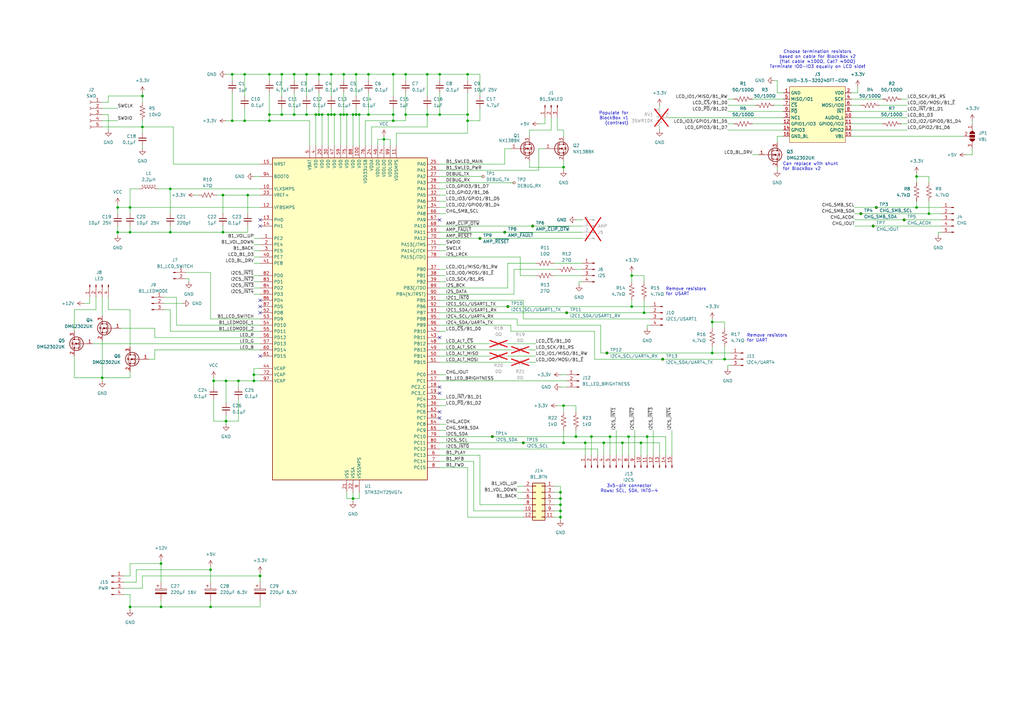
<source format=kicad_sch>
(kicad_sch (version 20231120) (generator "eeschema") (generator_version "8.0")
  (paper "A3")
  (junction (at 247.65 181.61))
  (junction (at 207.01 95.25))
  (junction (at 229.87 209.55))
  (junction (at 381 87.63))
  (junction (at 53.34 95.25))
  (junction (at 104.14 153.67))
  (junction (at 110.49 46.99))
  (junction (at 240.03 181.61))
  (junction (at 53.34 248.92))
  (junction (at 375.92 72.39))
  (junction (at 58.42 39.37))
  (junction (at 264.16 128.27))
  (junction (at 166.37 46.99))
  (junction (at 180.34 30.48))
  (junction (at 146.05 46.99))
  (junction (at 140.97 46.99))
  (junction (at 130.81 30.48))
  (junction (at 175.26 30.48))
  (junction (at 292.1 132.08))
  (junction (at 259.08 125.73))
  (junction (at 359.41 85.09))
  (junction (at 95.25 49.53))
  (junction (at 208.28 125.73))
  (junction (at 353.06 87.63))
  (junction (at 292.1 144.78))
  (junction (at 214.63 181.61))
  (junction (at 297.18 147.32))
  (junction (at 144.78 46.99))
  (junction (at 115.57 46.99))
  (junction (at 104.14 156.21))
  (junction (at 231.14 166.37))
  (junction (at 86.36 233.68))
  (junction (at 180.34 46.99))
  (junction (at 91.44 95.25))
  (junction (at 66.04 231.14))
  (junction (at 92.71 156.21))
  (junction (at 161.29 30.48))
  (junction (at 265.43 179.07))
  (junction (at 151.13 30.48))
  (junction (at 130.81 46.99))
  (junction (at 231.14 181.61))
  (junction (at 255.27 181.61))
  (junction (at 135.89 46.99))
  (junction (at 358.14 92.71))
  (junction (at 242.57 179.07))
  (junction (at 135.89 30.48))
  (junction (at 58.42 52.07))
  (junction (at 151.13 46.99))
  (junction (at 196.85 97.79))
  (junction (at 137.16 46.99))
  (junction (at 106.68 236.22))
  (junction (at 147.32 46.99))
  (junction (at 120.65 30.48))
  (junction (at 157.48 57.15))
  (junction (at 166.37 30.48))
  (junction (at 125.73 46.99))
  (junction (at 101.6 80.01))
  (junction (at 100.33 49.53))
  (junction (at 201.93 179.07))
  (junction (at 146.05 30.48))
  (junction (at 48.26 85.09))
  (junction (at 229.87 207.01))
  (junction (at 132.08 46.99))
  (junction (at 191.77 30.48))
  (junction (at 191.77 46.99))
  (junction (at 92.71 172.72))
  (junction (at 95.25 30.48))
  (junction (at 139.7 46.99))
  (junction (at 142.24 46.99))
  (junction (at 144.78 204.47))
  (junction (at 134.62 46.99))
  (junction (at 110.49 30.48))
  (junction (at 229.87 212.09))
  (junction (at 48.26 95.25))
  (junction (at 236.22 179.07))
  (junction (at 271.78 147.32))
  (junction (at 87.63 156.21))
  (junction (at 175.26 46.99))
  (junction (at 110.49 49.53))
  (junction (at 218.44 92.71))
  (junction (at 91.44 80.01))
  (junction (at 231.14 68.58))
  (junction (at 66.04 248.92))
  (junction (at 69.85 95.25))
  (junction (at 370.84 90.17))
  (junction (at 140.97 30.48))
  (junction (at 86.36 248.92))
  (junction (at 248.92 144.78))
  (junction (at 259.08 113.03))
  (junction (at 250.19 179.07))
  (junction (at 161.29 46.99))
  (junction (at 161.29 49.53))
  (junction (at 125.73 30.48))
  (junction (at 257.81 179.07))
  (junction (at 262.89 181.61))
  (junction (at 41.91 154.94))
  (junction (at 375.92 85.09))
  (junction (at 115.57 30.48))
  (junction (at 229.87 204.47))
  (junction (at 97.79 156.21))
  (junction (at 69.85 77.47))
  (junction (at 53.34 85.09))
  (junction (at 129.54 46.99))
  (junction (at 120.65 46.99))
  (junction (at 232.41 128.27))
  (junction (at 100.33 30.48))
  (junction (at 191.77 49.53))
  (junction (at 229.87 201.93))
  (no_connect (at 106.68 92.71))
  (no_connect (at 180.34 168.91))
  (no_connect (at 106.68 146.05))
  (no_connect (at 106.68 90.17))
  (no_connect (at 106.68 128.27))
  (no_connect (at 180.34 90.17))
  (no_connect (at 180.34 158.75))
  (no_connect (at 106.68 125.73))
  (no_connect (at 180.34 161.29))
  (no_connect (at 180.34 171.45))
  (no_connect (at 106.68 123.19))
  (no_connect (at 180.34 138.43))
  (wire (pts (xy 146.05 30.48) (xy 146.05 39.37)))
  (wire (pts (xy 191.77 46.99) (xy 180.34 46.99)))
  (wire (pts (xy 91.44 80.01) (xy 101.6 80.01)))
  (wire (pts (xy 180.34 72.39) (xy 198.12 72.39)))
  (wire (pts (xy 175.26 30.48) (xy 180.34 30.48)))
  (wire (pts (xy 298.45 151.13) (xy 298.45 149.86)))
  (wire (pts (xy 214.63 209.55) (xy 194.31 209.55)))
  (wire (pts (xy 349.25 48.26) (xy 372.11 48.26)))
  (wire (pts (xy 252.73 176.53) (xy 252.73 186.69)))
  (wire (pts (xy 240.03 181.61) (xy 247.65 181.61)))
  (wire (pts (xy 110.49 49.53) (xy 127 49.53)))
  (wire (pts (xy 191.77 46.99) (xy 191.77 49.53)))
  (wire (pts (xy 135.89 44.45) (xy 135.89 46.99)))
  (wire (pts (xy 151.13 46.99) (xy 161.29 46.99)))
  (wire (pts (xy 92.71 49.53) (xy 95.25 49.53)))
  (wire (pts (xy 97.79 156.21) (xy 92.71 156.21)))
  (wire (pts (xy 87.63 156.21) (xy 87.63 158.75)))
  (wire (pts (xy 273.05 186.69) (xy 273.05 179.07)))
  (wire (pts (xy 91.44 92.71) (xy 91.44 95.25)))
  (wire (pts (xy 214.63 130.81) (xy 214.63 123.19)))
  (wire (pts (xy 180.34 30.48) (xy 180.34 33.02)))
  (wire (pts (xy 209.55 60.96) (xy 207.01 60.96)))
  (wire (pts (xy 259.08 111.76) (xy 259.08 113.03)))
  (wire (pts (xy 30.48 127) (xy 30.48 135.89)))
  (wire (pts (xy 130.81 30.48) (xy 135.89 30.48)))
  (wire (pts (xy 67.31 127) (xy 69.85 127)))
  (wire (pts (xy 71.12 67.31) (xy 71.12 52.07)))
  (wire (pts (xy 350.52 92.71) (xy 358.14 92.71)))
  (wire (pts (xy 151.13 30.48) (xy 151.13 33.02)))
  (wire (pts (xy 140.97 38.1) (xy 140.97 46.99)))
  (wire (pts (xy 229.87 204.47) (xy 229.87 207.01)))
  (wire (pts (xy 104.14 153.67) (xy 104.14 156.21)))
  (wire (pts (xy 60.96 147.32) (xy 63.5 147.32)))
  (wire (pts (xy 231.14 68.58) (xy 231.14 69.85)))
  (wire (pts (xy 38.1 140.97) (xy 106.68 140.97)))
  (wire (pts (xy 97.79 163.83) (xy 97.79 172.72)))
  (wire (pts (xy 308.61 40.64) (xy 321.31 40.64)))
  (wire (pts (xy 48.26 44.45) (xy 41.91 44.45)))
  (wire (pts (xy 104.14 102.87) (xy 106.68 102.87)))
  (wire (pts (xy 66.04 231.14) (xy 66.04 238.76)))
  (wire (pts (xy 154.94 59.69) (xy 154.94 57.15)))
  (wire (pts (xy 201.93 179.07) (xy 236.22 179.07)))
  (wire (pts (xy 58.42 59.69) (xy 58.42 60.96)))
  (wire (pts (xy 110.49 46.99) (xy 110.49 49.53)))
  (wire (pts (xy 180.34 163.83) (xy 182.88 163.83)))
  (wire (pts (xy 318.77 33.02) (xy 318.77 38.1)))
  (wire (pts (xy 180.34 97.79) (xy 196.85 97.79)))
  (wire (pts (xy 125.73 44.45) (xy 125.73 46.99)))
  (wire (pts (xy 71.12 52.07) (xy 58.42 52.07)))
  (wire (pts (xy 217.17 68.58) (xy 231.14 68.58)))
  (wire (pts (xy 242.57 179.07) (xy 250.19 179.07)))
  (wire (pts (xy 144.78 46.99) (xy 144.78 59.69)))
  (wire (pts (xy 381 72.39) (xy 375.92 72.39)))
  (wire (pts (xy 44.45 41.91) (xy 41.91 41.91)))
  (wire (pts (xy 255.27 181.61) (xy 262.89 181.61)))
  (wire (pts (xy 298.45 53.34) (xy 321.31 53.34)))
  (wire (pts (xy 97.79 172.72) (xy 92.71 172.72)))
  (wire (pts (xy 39.37 121.92) (xy 39.37 127)))
  (wire (pts (xy 151.13 38.1) (xy 151.13 46.99)))
  (wire (pts (xy 101.6 92.71) (xy 101.6 95.25)))
  (wire (pts (xy 262.89 181.61) (xy 262.89 186.69)))
  (wire (pts (xy 350.52 87.63) (xy 353.06 87.63)))
  (wire (pts (xy 180.34 120.65) (xy 210.82 120.65)))
  (wire (pts (xy 120.65 30.48) (xy 120.65 33.02)))
  (wire (pts (xy 58.42 38.1) (xy 58.42 39.37)))
  (wire (pts (xy 53.34 236.22) (xy 53.34 231.14)))
  (wire (pts (xy 207.01 60.96) (xy 207.01 67.31)))
  (wire (pts (xy 104.14 97.79) (xy 106.68 97.79)))
  (wire (pts (xy 191.77 30.48) (xy 191.77 33.02)))
  (wire (pts (xy 180.34 176.53) (xy 182.88 176.53)))
  (wire (pts (xy 180.34 128.27) (xy 232.41 128.27)))
  (wire (pts (xy 154.94 57.15) (xy 157.48 57.15)))
  (wire (pts (xy 115.57 44.45) (xy 115.57 46.99)))
  (wire (pts (xy 53.34 248.92) (xy 66.04 248.92)))
  (wire (pts (xy 292.1 142.24) (xy 292.1 144.78)))
  (wire (pts (xy 91.44 80.01) (xy 91.44 87.63)))
  (wire (pts (xy 398.78 63.5) (xy 398.78 60.96)))
  (wire (pts (xy 147.32 46.99) (xy 151.13 46.99)))
  (wire (pts (xy 384.81 96.52) (xy 384.81 95.25)))
  (wire (pts (xy 217.17 66.04) (xy 217.17 68.58)))
  (wire (pts (xy 180.34 173.99) (xy 182.88 173.99)))
  (wire (pts (xy 255.27 181.61) (xy 255.27 186.69)))
  (wire (pts (xy 270.51 52.07) (xy 270.51 53.34)))
  (wire (pts (xy 53.34 92.71) (xy 53.34 95.25)))
  (wire (pts (xy 375.92 85.09) (xy 386.08 85.09)))
  (wire (pts (xy 229.87 158.75) (xy 232.41 158.75)))
  (wire (pts (xy 53.34 154.94) (xy 41.91 154.94)))
  (wire (pts (xy 92.71 30.48) (xy 95.25 30.48)))
  (wire (pts (xy 246.38 144.78) (xy 248.92 144.78)))
  (wire (pts (xy 180.34 67.31) (xy 207.01 67.31)))
  (wire (pts (xy 191.77 54.61) (xy 191.77 49.53)))
  (wire (pts (xy 180.34 74.93) (xy 210.82 74.93)))
  (wire (pts (xy 260.35 176.53) (xy 260.35 186.69)))
  (wire (pts (xy 236.22 168.91) (xy 236.22 166.37)))
  (wire (pts (xy 231.14 66.04) (xy 231.14 68.58)))
  (wire (pts (xy 166.37 46.99) (xy 175.26 46.99)))
  (wire (pts (xy 63.5 147.32) (xy 63.5 143.51)))
  (wire (pts (xy 240.03 181.61) (xy 240.03 186.69)))
  (wire (pts (xy 229.87 209.55) (xy 229.87 212.09)))
  (wire (pts (xy 92.71 172.72) (xy 92.71 173.99)))
  (wire (pts (xy 115.57 30.48) (xy 115.57 39.37)))
  (wire (pts (xy 55.88 233.68) (xy 55.88 238.76)))
  (wire (pts (xy 220.98 60.96) (xy 220.98 69.85)))
  (wire (pts (xy 298.45 50.8) (xy 300.99 50.8)))
  (wire (pts (xy 53.34 85.09) (xy 53.34 87.63)))
  (wire (pts (xy 217.17 55.88) (xy 217.17 53.34)))
  (wire (pts (xy 147.32 204.47) (xy 144.78 204.47)))
  (wire (pts (xy 144.78 46.99) (xy 146.05 46.99)))
  (wire (pts (xy 41.91 46.99) (xy 44.45 46.99)))
  (wire (pts (xy 228.6 48.26) (xy 228.6 53.34)))
  (wire (pts (xy 180.34 69.85) (xy 220.98 69.85)))
  (wire (pts (xy 92.71 156.21) (xy 92.71 165.1)))
  (wire (pts (xy 48.26 83.82) (xy 48.26 85.09)))
  (wire (pts (xy 58.42 49.53) (xy 58.42 52.07)))
  (wire (pts (xy 157.48 57.15) (xy 157.48 59.69)))
  (wire (pts (xy 246.38 144.78) (xy 246.38 133.35)))
  (wire (pts (xy 115.57 46.99) (xy 120.65 46.99)))
  (wire (pts (xy 209.55 135.89) (xy 209.55 133.35)))
  (wire (pts (xy 53.34 95.25) (xy 48.26 95.25)))
  (wire (pts (xy 212.09 201.93) (xy 214.63 201.93)))
  (wire (pts (xy 180.34 130.81) (xy 212.09 130.81)))
  (wire (pts (xy 77.47 114.3) (xy 76.2 114.3)))
  (wire (pts (xy 157.48 55.88) (xy 157.48 57.15)))
  (wire (pts (xy 44.45 39.37) (xy 44.45 41.91)))
  (wire (pts (xy 213.36 113.03) (xy 219.71 113.03)))
  (wire (pts (xy 369.57 50.8) (xy 372.11 50.8)))
  (wire (pts (xy 166.37 30.48) (xy 166.37 33.02)))
  (wire (pts (xy 58.42 236.22) (xy 106.68 236.22)))
  (wire (pts (xy 297.18 147.32) (xy 271.78 147.32)))
  (wire (pts (xy 257.81 179.07) (xy 257.81 186.69)))
  (wire (pts (xy 104.14 118.11) (xy 106.68 118.11)))
  (wire (pts (xy 359.41 85.09) (xy 375.92 85.09)))
  (wire (pts (xy 318.77 38.1) (xy 321.31 38.1)))
  (wire (pts (xy 248.92 144.78) (xy 292.1 144.78)))
  (wire (pts (xy 229.87 153.67) (xy 232.41 153.67)))
  (wire (pts (xy 104.14 113.03) (xy 106.68 113.03)))
  (wire (pts (xy 231.14 176.53) (xy 231.14 181.61)))
  (wire (pts (xy 125.73 30.48) (xy 125.73 39.37)))
  (wire (pts (xy 236.22 176.53) (xy 236.22 179.07)))
  (wire (pts (xy 232.41 128.27) (xy 264.16 128.27)))
  (wire (pts (xy 180.34 77.47) (xy 182.88 77.47)))
  (wire (pts (xy 106.68 151.13) (xy 104.14 151.13)))
  (wire (pts (xy 349.25 45.72) (xy 372.11 45.72)))
  (wire (pts (xy 152.4 52.07) (xy 175.26 52.07)))
  (wire (pts (xy 97.79 156.21) (xy 97.79 158.75)))
  (wire (pts (xy 245.11 186.69) (xy 245.11 184.15)))
  (wire (pts (xy 142.24 46.99) (xy 144.78 46.99)))
  (wire (pts (xy 246.38 133.35) (xy 212.09 133.35)))
  (wire (pts (xy 180.34 156.21) (xy 232.41 156.21)))
  (wire (pts (xy 180.34 92.71) (xy 218.44 92.71)))
  (wire (pts (xy 53.34 243.84) (xy 50.8 243.84)))
  (wire (pts (xy 180.34 95.25) (xy 207.01 95.25)))
  (wire (pts (xy 135.89 30.48) (xy 140.97 30.48)))
  (wire (pts (xy 237.49 116.84) (xy 237.49 115.57)))
  (wire (pts (xy 53.34 248.92) (xy 53.34 243.84)))
  (wire (pts (xy 264.16 115.57) (xy 264.16 113.03)))
  (wire (pts (xy 106.68 67.31) (xy 71.12 67.31)))
  (wire (pts (xy 53.34 127) (xy 53.34 142.24)))
  (wire (pts (xy 318.77 33.02) (xy 317.5 33.02)))
  (wire (pts (xy 41.91 52.07) (xy 58.42 52.07)))
  (wire (pts (xy 104.14 72.39) (xy 106.68 72.39)))
  (wire (pts (xy 381 87.63) (xy 386.08 87.63)))
  (wire (pts (xy 275.59 176.53) (xy 275.59 186.69)))
  (wire (pts (xy 175.26 52.07) (xy 175.26 46.99)))
  (wire (pts (xy 381 82.55) (xy 381 87.63)))
  (wire (pts (xy 80.01 80.01) (xy 81.28 80.01)))
  (wire (pts (xy 132.08 46.99) (xy 132.08 59.69)))
  (wire (pts (xy 297.18 142.24) (xy 297.18 147.32)))
  (wire (pts (xy 161.29 44.45) (xy 161.29 46.99)))
  (wire (pts (xy 48.26 87.63) (xy 48.26 85.09)))
  (wire (pts (xy 142.24 46.99) (xy 142.24 59.69)))
  (wire (pts (xy 191.77 212.09) (xy 191.77 191.77)))
  (wire (pts (xy 162.56 59.69) (xy 162.56 54.61)))
  (wire (pts (xy 48.26 49.53) (xy 41.91 49.53)))
  (wire (pts (xy 106.68 248.92) (xy 106.68 246.38)))
  (wire (pts (xy 227.33 212.09) (xy 229.87 212.09)))
  (wire (pts (xy 247.65 181.61) (xy 247.65 186.69)))
  (wire (pts (xy 55.88 233.68) (xy 86.36 233.68)))
  (wire (pts (xy 127 49.53) (xy 127 59.69)))
  (wire (pts (xy 140.97 46.99) (xy 142.24 46.99)))
  (wire (pts (xy 236.22 179.07) (xy 242.57 179.07)))
  (wire (pts (xy 63.5 143.51) (xy 106.68 143.51)))
  (wire (pts (xy 50.8 236.22) (xy 53.34 236.22)))
  (wire (pts (xy 180.34 153.67) (xy 182.88 153.67)))
  (wire (pts (xy 134.62 46.99) (xy 135.89 46.99)))
  (wire (pts (xy 208.28 125.73) (xy 259.08 125.73)))
  (wire (pts (xy 44.45 46.99) (xy 44.45 53.34)))
  (wire (pts (xy 270.51 186.69) (xy 270.51 181.61)))
  (wire (pts (xy 115.57 30.48) (xy 120.65 30.48)))
  (wire (pts (xy 217.17 53.34) (xy 226.06 53.34)))
  (wire (pts (xy 262.89 181.61) (xy 270.51 181.61)))
  (wire (pts (xy 132.08 46.99) (xy 134.62 46.99)))
  (wire (pts (xy 196.85 207.01) (xy 196.85 186.69)))
  (wire (pts (xy 110.49 46.99) (xy 115.57 46.99)))
  (wire (pts (xy 134.62 46.99) (xy 134.62 59.69)))
  (wire (pts (xy 101.6 80.01) (xy 101.6 87.63)))
  (wire (pts (xy 69.85 127) (xy 69.85 135.89)))
  (wire (pts (xy 147.32 201.93) (xy 147.32 204.47)))
  (wire (pts (xy 180.34 166.37) (xy 182.88 166.37)))
  (wire (pts (xy 264.16 128.27) (xy 266.7 128.27)))
  (wire (pts (xy 180.34 82.55) (xy 182.88 82.55)))
  (wire (pts (xy 243.84 147.32) (xy 243.84 135.89)))
  (wire (pts (xy 67.31 124.46) (xy 74.93 124.46)))
  (wire (pts (xy 259.08 113.03) (xy 259.08 115.57)))
  (wire (pts (xy 77.47 115.57) (xy 77.47 114.3)))
  (wire (pts (xy 180.34 85.09) (xy 182.88 85.09)))
  (wire (pts (xy 267.97 176.53) (xy 267.97 186.69)))
  (wire (pts (xy 66.04 248.92) (xy 66.04 246.38)))
  (wire (pts (xy 274.32 48.26) (xy 321.31 48.26)))
  (wire (pts (xy 49.53 134.62) (xy 63.5 134.62)))
  (wire (pts (xy 250.19 179.07) (xy 257.81 179.07)))
  (wire (pts (xy 369.57 40.64) (xy 372.11 40.64)))
  (wire (pts (xy 180.34 179.07) (xy 201.93 179.07)))
  (wire (pts (xy 87.63 154.94) (xy 87.63 156.21)))
  (wire (pts (xy 100.33 30.48) (xy 110.49 30.48)))
  (wire (pts (xy 106.68 236.22) (xy 106.68 238.76)))
  (wire (pts (xy 298.45 40.64) (xy 300.99 40.64)))
  (wire (pts (xy 259.08 125.73) (xy 266.7 125.73)))
  (wire (pts (xy 144.78 201.93) (xy 144.78 204.47)))
  (wire (pts (xy 353.06 87.63) (xy 381 87.63)))
  (wire (pts (xy 44.45 127) (xy 53.34 127)))
  (wire (pts (xy 57.15 77.47) (xy 53.34 77.47)))
  (wire (pts (xy 180.34 135.89) (xy 182.88 135.89)))
  (wire (pts (xy 161.29 30.48) (xy 161.29 39.37)))
  (wire (pts (xy 180.34 105.41) (xy 213.36 105.41)))
  (wire (pts (xy 318.77 55.88) (xy 318.77 58.42)))
  (wire (pts (xy 67.31 121.92) (xy 72.39 121.92)))
  (wire (pts (xy 58.42 39.37) (xy 44.45 39.37)))
  (wire (pts (xy 212.09 133.35) (xy 212.09 130.81)))
  (wire (pts (xy 370.84 90.17) (xy 386.08 90.17)))
  (wire (pts (xy 297.18 132.08) (xy 292.1 132.08)))
  (wire (pts (xy 151.13 30.48) (xy 161.29 30.48)))
  (wire (pts (xy 298.45 45.72) (xy 321.31 45.72)))
  (wire (pts (xy 180.34 133.35) (xy 209.55 133.35)))
  (wire (pts (xy 139.7 46.99) (xy 140.97 46.99)))
  (wire (pts (xy 140.97 30.48) (xy 140.97 33.02)))
  (wire (pts (xy 139.7 46.99) (xy 139.7 59.69)))
  (wire (pts (xy 30.48 146.05) (xy 30.48 154.94)))
  (wire (pts (xy 212.09 199.39) (xy 214.63 199.39)))
  (wire (pts (xy 129.54 46.99) (xy 130.81 46.99)))
  (wire (pts (xy 104.14 107.95) (xy 106.68 107.95)))
  (wire (pts (xy 180.34 143.51) (xy 209.55 143.51)))
  (wire (pts (xy 39.37 127) (xy 30.48 127)))
  (wire (pts (xy 180.34 113.03) (xy 182.88 113.03)))
  (wire (pts (xy 208.28 146.05) (xy 219.71 146.05)))
  (wire (pts (xy 227.33 199.39) (xy 229.87 199.39)))
  (wire (pts (xy 212.09 204.47) (xy 214.63 204.47)))
  (wire (pts (xy 95.25 49.53) (xy 100.33 49.53)))
  (wire (pts (xy 125.73 30.48) (xy 130.81 30.48)))
  (wire (pts (xy 146.05 44.45) (xy 146.05 46.99)))
  (wire (pts (xy 243.84 147.32) (xy 271.78 147.32)))
  (wire (pts (xy 180.34 181.61) (xy 214.63 181.61)))
  (wire (pts (xy 88.9 80.01) (xy 91.44 80.01)))
  (wire (pts (xy 166.37 38.1) (xy 166.37 46.99)))
  (wire (pts (xy 175.26 44.45) (xy 175.26 46.99)))
  (wire (pts (xy 104.14 100.33) (xy 106.68 100.33)))
  (wire (pts (xy 53.34 77.47) (xy 53.34 85.09)))
  (wire (pts (xy 180.34 100.33) (xy 182.88 100.33)))
  (wire (pts (xy 48.26 95.25) (xy 48.26 96.52)))
  (wire (pts (xy 180.34 148.59) (xy 209.55 148.59)))
  (wire (pts (xy 58.42 52.07) (xy 58.42 54.61)))
  (wire (pts (xy 135.89 46.99) (xy 137.16 46.99)))
  (wire (pts (xy 217.17 148.59) (xy 219.71 148.59)))
  (wire (pts (xy 53.34 85.09) (xy 106.68 85.09)))
  (wire (pts (xy 180.34 186.69) (xy 196.85 186.69)))
  (wire (pts (xy 223.52 50.8) (xy 223.52 48.26)))
  (wire (pts (xy 214.63 130.81) (xy 266.7 130.81)))
  (wire (pts (xy 264.16 123.19) (xy 264.16 128.27)))
  (wire (pts (xy 104.14 156.21) (xy 106.68 156.21)))
  (wire (pts (xy 180.34 46.99) (xy 175.26 46.99)))
  (wire (pts (xy 191.77 38.1) (xy 191.77 46.99)))
  (wire (pts (xy 92.71 156.21) (xy 87.63 156.21)))
  (wire (pts (xy 86.36 130.81) (xy 106.68 130.81)))
  (wire (pts (xy 265.43 179.07) (xy 273.05 179.07)))
  (wire (pts (xy 196.85 30.48) (xy 196.85 39.37)))
  (wire (pts (xy 196.85 97.79) (xy 238.76 97.79)))
  (wire (pts (xy 381 74.93) (xy 381 72.39)))
  (wire (pts (xy 236.22 166.37) (xy 231.14 166.37)))
  (wire (pts (xy 135.89 30.48) (xy 135.89 39.37)))
  (wire (pts (xy 53.34 152.4) (xy 53.34 154.94)))
  (wire (pts (xy 86.36 248.92) (xy 86.36 246.38)))
  (wire (pts (xy 149.86 49.53) (xy 149.86 59.69)))
  (wire (pts (xy 375.92 71.12) (xy 375.92 72.39)))
  (wire (pts (xy 41.91 139.7) (xy 41.91 154.94)))
  (wire (pts (xy 86.36 111.76) (xy 86.36 130.81)))
  (wire (pts (xy 175.26 30.48) (xy 175.26 39.37)))
  (wire (pts (xy 58.42 39.37) (xy 58.42 41.91)))
  (wire (pts (xy 72.39 121.92) (xy 72.39 133.35)))
  (wire (pts (xy 63.5 138.43) (xy 106.68 138.43)))
  (wire (pts (xy 208.28 107.95) (xy 208.28 118.11)))
  (wire (pts (xy 180.34 123.19) (xy 214.63 123.19)))
  (wire (pts (xy 146.05 46.99) (xy 147.32 46.99)))
  (wire (pts (xy 237.49 115.57) (xy 238.76 115.57)))
  (wire (pts (xy 194.31 209.55) (xy 194.31 189.23)))
  (wire (pts (xy 69.85 95.25) (xy 91.44 95.25)))
  (wire (pts (xy 218.44 92.71) (xy 238.76 92.71)))
  (wire (pts (xy 161.29 49.53) (xy 161.29 46.99)))
  (wire (pts (xy 180.34 125.73) (xy 208.28 125.73)))
  (wire (pts (xy 298.45 149.86) (xy 299.72 149.86)))
  (wire (pts (xy 349.25 50.8) (xy 361.95 50.8)))
  (wire (pts (xy 104.14 115.57) (xy 106.68 115.57)))
  (wire (pts (xy 229.87 199.39) (xy 229.87 201.93)))
  (wire (pts (xy 228.6 166.37) (xy 231.14 166.37)))
  (wire (pts (xy 69.85 92.71) (xy 69.85 95.25)))
  (wire (pts (xy 160.02 57.15) (xy 160.02 59.69)))
  (wire (pts (xy 69.85 95.25) (xy 53.34 95.25)))
  (wire (pts (xy 87.63 163.83) (xy 87.63 172.72)))
  (wire (pts (xy 104.14 105.41) (xy 106.68 105.41)))
  (wire (pts (xy 95.25 33.02) (xy 95.25 30.48)))
  (wire (pts (xy 69.85 77.47) (xy 69.85 87.63)))
  (wire (pts (xy 196.85 44.45) (xy 196.85 49.53)))
  (wire (pts (xy 317.5 43.18) (xy 321.31 43.18)))
  (wire (pts (xy 264.16 113.03) (xy 259.08 113.03)))
  (wire (pts (xy 106.68 234.95) (xy 106.68 236.22)))
  (wire (pts (xy 53.34 231.14) (xy 66.04 231.14)))
  (wire (pts (xy 95.25 30.48) (xy 100.33 30.48)))
  (wire (pts (xy 257.81 179.07) (xy 265.43 179.07)))
  (wire (pts (xy 41.91 121.92) (xy 41.91 129.54)))
  (wire (pts (xy 120.65 30.48) (xy 125.73 30.48)))
  (wire (pts (xy 299.72 147.32) (xy 297.18 147.32)))
  (wire (pts (xy 223.52 60.96) (xy 220.98 60.96)))
  (wire (pts (xy 92.71 170.18) (xy 92.71 172.72)))
  (wire (pts (xy 110.49 30.48) (xy 115.57 30.48)))
  (wire (pts (xy 180.34 102.87) (xy 182.88 102.87)))
  (wire (pts (xy 146.05 30.48) (xy 151.13 30.48)))
  (wire (pts (xy 208.28 140.97) (xy 219.71 140.97)))
  (wire (pts (xy 196.85 49.53) (xy 191.77 49.53)))
  (wire (pts (xy 265.43 179.07) (xy 265.43 186.69)))
  (wire (pts (xy 91.44 95.25) (xy 101.6 95.25)))
  (wire (pts (xy 217.17 143.51) (xy 219.71 143.51)))
  (wire (pts (xy 228.6 53.34) (xy 231.14 53.34)))
  (wire (pts (xy 220.98 50.8) (xy 223.52 50.8)))
  (wire (pts (xy 227.33 207.01) (xy 229.87 207.01)))
  (wire (pts (xy 350.52 90.17) (xy 370.84 90.17)))
  (wire (pts (xy 76.2 111.76) (xy 86.36 111.76)))
  (wire (pts (xy 129.54 46.99) (xy 129.54 59.69)))
  (wire (pts (xy 48.26 92.71) (xy 48.26 95.25)))
  (wire (pts (xy 69.85 77.47) (xy 106.68 77.47)))
  (wire (pts (xy 229.87 207.01) (xy 229.87 209.55)))
  (wire (pts (xy 229.87 212.09) (xy 229.87 213.36)))
  (wire (pts (xy 351.79 35.56) (xy 351.79 38.1)))
  (wire (pts (xy 86.36 248.92) (xy 106.68 248.92)))
  (wire (pts (xy 104.14 156.21) (xy 97.79 156.21)))
  (wire (pts (xy 227.33 107.95) (xy 238.76 107.95)))
  (wire (pts (xy 140.97 30.48) (xy 146.05 30.48)))
  (wire (pts (xy 351.79 38.1) (xy 349.25 38.1)))
  (wire (pts (xy 104.14 151.13) (xy 104.14 153.67)))
  (wire (pts (xy 162.56 54.61) (xy 191.77 54.61)))
  (wire (pts (xy 152.4 52.07) (xy 152.4 59.69)))
  (wire (pts (xy 231.14 181.61) (xy 240.03 181.61)))
  (wire (pts (xy 180.34 87.63) (xy 182.88 87.63)))
  (wire (pts (xy 87.63 172.72) (xy 92.71 172.72)))
  (wire (pts (xy 110.49 38.1) (xy 110.49 46.99)))
  (wire (pts (xy 180.34 189.23) (xy 194.31 189.23)))
  (wire (pts (xy 110.49 30.48) (xy 110.49 33.02)))
  (wire (pts (xy 180.34 184.15) (xy 245.11 184.15)))
  (wire (pts (xy 180.34 146.05) (xy 200.66 146.05)))
  (wire (pts (xy 166.37 30.48) (xy 175.26 30.48)))
  (wire (pts (xy 161.29 30.48) (xy 166.37 30.48)))
  (wire (pts (xy 299.72 144.78) (xy 292.1 144.78)))
  (wire (pts (xy 137.16 46.99) (xy 139.7 46.99)))
  (wire (pts (xy 120.65 46.99) (xy 125.73 46.99)))
  (wire (pts (xy 236.22 90.17) (xy 238.76 90.17)))
  (wire (pts (xy 308.61 63.5) (xy 311.15 63.5)))
  (wire (pts (xy 66.04 248.92) (xy 86.36 248.92)))
  (wire (pts (xy 396.24 63.5) (xy 398.78 63.5)))
  (wire (pts (xy 180.34 191.77) (xy 191.77 191.77)))
  (wire (pts (xy 142.24 201.93) (xy 142.24 204.47)))
  (wire (pts (xy 86.36 233.68) (xy 86.36 238.76)))
  (wire (pts (xy 104.14 153.67) (xy 106.68 153.67)))
  (wire (pts (xy 214.63 207.01) (xy 196.85 207.01)))
  (wire (pts (xy 48.26 85.09) (xy 53.34 85.09)))
  (wire (pts (xy 180.34 80.01) (xy 182.88 80.01)))
  (wire (pts (xy 180.34 140.97) (xy 200.66 140.97)))
  (wire (pts (xy 36.83 121.92) (xy 36.83 124.46)))
  (wire (pts (xy 292.1 132.08) (xy 292.1 134.62)))
  (wire (pts (xy 41.91 154.94) (xy 41.91 156.21)))
  (wire (pts (xy 231.14 53.34) (xy 231.14 55.88)))
  (wire (pts (xy 308.61 50.8) (xy 321.31 50.8)))
  (wire (pts (xy 72.39 133.35) (xy 106.68 133.35)))
  (wire (pts (xy 142.24 204.47) (xy 144.78 204.47)))
  (wire (pts (xy 180.34 30.48) (xy 191.77 30.48)))
  (wire (pts (xy 213.36 113.03) (xy 213.36 105.41)))
  (wire (pts (xy 227.33 113.03) (xy 238.76 113.03)))
  (wire (pts (xy 147.32 46.99) (xy 147.32 59.69)))
  (wire (pts (xy 180.34 115.57) (xy 182.88 115.57)))
  (wire (pts (xy 227.33 209.55) (xy 229.87 209.55)))
  (wire (pts (xy 130.81 30.48) (xy 130.81 33.02)))
  (wire (pts (xy 236.22 110.49) (xy 238.76 110.49)))
  (wire (pts (xy 125.73 46.99) (xy 129.54 46.99)))
  (wire (pts (xy 259.08 123.19) (xy 259.08 125.73)))
  (wire (pts (xy 101.6 80.01) (xy 106.68 80.01)))
  (wire (pts (xy 375.92 82.55) (xy 375.92 85.09)))
  (wire (pts (xy 64.77 77.47) (xy 69.85 77.47)))
  (wire (pts (xy 41.91 154.94) (xy 30.48 154.94)))
  (wire (pts (xy 384.81 95.25) (xy 386.08 95.25)))
  (wire (pts (xy 144.78 204.47) (xy 144.78 205.74)))
  (wire (pts (xy 242.57 179.07) (xy 242.57 186.69)))
  (wire (pts (xy 265.43 134.62) (xy 265.43 133.35)))
  (wire (pts (xy 130.81 38.1) (xy 130.81 46.99)))
  (wire (pts (xy 265.43 133.35) (xy 266.7 133.35)))
  (wire (pts (xy 120.65 38.1) (xy 120.65 46.99)))
  (wire (pts (xy 53.34 248.92) (xy 53.34 250.19)))
  (wire (pts (xy 229.87 201.93) (xy 229.87 204.47)))
  (wire (pts (xy 349.25 53.34) (xy 372.11 53.34)))
  (wire (pts (xy 161.29 49.53) (xy 166.37 49.53)))
  (wire (pts (xy 55.88 238.76) (xy 50.8 238.76)))
  (wire (pts (xy 298.45 43.18) (xy 309.88 43.18)))
  (wire (pts (xy 360.68 43.18) (xy 372.11 43.18)))
  (wire (pts (xy 100.33 49.53) (xy 110.49 49.53)))
  (wire (pts (xy 63.5 134.62) (xy 63.5 138.43)))
  (wire (pts (xy 358.14 92.71) (xy 386.08 92.71)))
  (wire (pts (xy 86.36 232.41) (xy 86.36 233.68)))
  (wire (pts (xy 210.82 110.49) (xy 228.6 110.49)))
  (wire (pts (xy 95.25 38.1) (xy 95.25 49.53)))
  (wire (pts (xy 214.63 181.61) (xy 231.14 181.61)))
  (wire (pts (xy 318.77 68.58) (xy 318.77 69.85)))
  (wire (pts (xy 292.1 130.81) (xy 292.1 132.08)))
  (wire (pts (xy 36.83 124.46) (xy 34.29 124.46)))
  (wire (pts (xy 208.28 107.95) (xy 219.71 107.95)))
  (wire (pts (xy 398.78 49.53) (xy 398.78 50.8)))
  (wire (pts (xy 166.37 49.53) (xy 166.37 46.99)))
  (wire (pts (xy 349.25 40.64) (xy 361.95 40.64)))
  (wire (pts (xy 321.31 55.88) (xy 318.77 55.88)))
  (wire (pts (xy 44.45 121.92) (xy 44.45 127)))
  (wire (pts (xy 297.18 134.62) (xy 297.18 132.08)))
  (wire (pts (xy 207.01 95.25) (xy 238.76 95.25)))
  (wire (pts (xy 270.51 43.18) (xy 270.51 44.45)))
  (wire (pts (xy 180.34 38.1) (xy 180.34 46.99)))
  (wire (pts (xy 180.34 118.11) (xy 208.28 118.11)))
  (wire (pts (xy 100.33 44.45) (xy 100.33 49.53)))
  (wire (pts (xy 191.77 30.48) (xy 196.85 30.48)))
  (wire (pts (xy 214.63 212.09) (xy 191.77 212.09)))
  (wire (pts (xy 157.48 57.15) (xy 160.02 57.15)))
  (wire (pts (xy 226.06 53.34) (xy 226.06 48.26)))
  (wire (pts (xy 250.19 179.07) (xy 250.19 186.69)))
  (wire (pts (xy 227.33 204.47) (xy 229.87 204.47)))
  (wire (pts (xy 149.86 49.53) (xy 161.29 49.53)))
  (wire (pts (xy 137.16 46.99) (xy 137.16 59.69)))
  (wire (pts (xy 58.42 241.3) (xy 58.42 236.22)))
  (wire (pts (xy 349.25 55.88) (xy 394.97 55.88)))
  (wire (pts (xy 247.65 181.61) (xy 255.27 181.61)))
  (wire (pts (xy 66.04 229.87) (xy 66.04 231.14)))
  (wire (pts (xy 243.84 135.89) (xy 209.55 135.89)))
  (wire (pts (xy 180.34 110.49) (xy 182.88 110.49)))
  (wire (pts (xy 50.8 241.3) (xy 58.42 241.3)))
  (wire (pts (xy 375.92 72.39) (xy 375.92 74.93)))
  (wire (pts (xy 227.33 201.93) (xy 229.87 201.93)))
  (wire (pts (xy 349.25 43.18) (xy 353.06 43.18)))
  (wire (pts (xy 231.14 166.37) (xy 231.14 168.91)))
  (wire (pts (xy 210.82 110.49) (xy 210.82 120.65)))
  (wire (pts (xy 130.81 46.99) (xy 132.08 46.99)))
  (wire (pts (xy 350.52 85.09) (xy 359.41 85.09)))
  (wire (pts (xy 104.14 120.65) (xy 106.68 120.65)))
  (wire (pts (xy 69.85 135.89) (xy 106.68 135.89)))
  (wire (pts (xy 100.33 30.48) (xy 100.33 39.37)))
  (text "Can replace with shunt\nfor BlockBox v2" (at 321.056 68.326 0) (effects (font (size 1.27 1.27)) (justify left)))
  (text "3x5-pin connector\nRows: SCL, SDA, INT0-4" (at 258.064 200.406 0) (effects (font (size 1.27 1.27))))
  (text "Remove resistors\nfor UART" (at 306.324 138.684 0) (effects (font (size 1.27 1.27)) (justify left)))
  (text "Populate for\nBlockBox v1\n(contrast)" (at 257.81 48.514 0) (effects (font (size 1.27 1.27)) (justify right)))
  (text "Choose termination resistors\nbased on cable for BlockBox v2\n(flat cable ≈100Ω, Cat7 ≈50Ω)\nTerminate IO0-IO3 equally on LCD side!" (at 335.28 24.384 0) (effects (font (size 1.27 1.27))))
  (text "Remove resistors\nfor USART" (at 273.05 119.634 0) (effects (font (size 1.27 1.27)) (justify left)))
  (label "B1_FWD" (at 182.88 191.77 0))
  (label "AMP_~{RESET}" (at 182.88 97.79 0))
  (label "LCD_GPIO2/B1_D6" (at 182.88 80.01 0))
  (label "B1_SWLED_PWR" (at 182.88 69.85 0))
  (label "LED_B" (at 104.14 143.51 180))
  (label "LCD_GPIO3/B1_D7" (at 182.88 77.47 0))
  (label "B1_LED_BRIGHTNESS" (at 182.88 156.21 0))
  (label "CHG_IOUT" (at 350.52 92.71 180))
  (label "LCD_IO0/MOSI/B1_~{E}" (at 182.88 113.03 0))
  (label "LCD_IO2/GPIO0/B1_D4" (at 372.11 50.8 0))
  (label "LCD_B1_D3" (at 372.11 48.26 0))
  (label "LCD_BL_DRV" (at 308.61 63.5 180))
  (label "I2C5_~{INT4}" (at 275.59 176.53 90))
  (label "I2C5_SDA" (at 182.88 179.07 0))
  (label "LCD_~{INT}/B1_D1" (at 182.88 163.83 0))
  (label "LCD_~{CS}/B1_D0" (at 219.71 140.97 0))
  (label "B1_VOL_DOWN" (at 212.09 201.93 180))
  (label "B1_BACK" (at 212.09 204.47 180))
  (label "I2C1_~{INT0}" (at 182.88 123.19 0))
  (label "I2C5_~{INT1}" (at 252.73 176.53 90))
  (label "CHG_SMB_SCL" (at 350.52 85.09 180))
  (label "LCD_IO0/MOSI/B1_~{E}" (at 372.11 43.18 0))
  (label "I2S_DATA" (at 182.88 120.65 0))
  (label "DEBUG_TX" (at 182.88 72.39 0))
  (label "LCD_IO1/MISO/B1_RW" (at 219.71 146.05 0))
  (label "LCD_~{INT}/B1_D1" (at 372.11 45.72 0))
  (label "CHG_SMB_SDA" (at 350.52 87.63 180))
  (label "I2S_BCK" (at 182.88 118.11 0))
  (label "LCD_~{CS}/B1_D0" (at 182.88 135.89 0))
  (label "LCD_IO2/GPIO0/B1_D4" (at 182.88 85.09 0))
  (label "SWDIO" (at 182.88 100.33 0))
  (label "CHG_ACOK" (at 350.52 90.17 180))
  (label "B1_LCD_SWITCH" (at 104.14 130.81 180))
  (label "LCD_ALT_~{CS}" (at 182.88 140.97 0))
  (label "B1_BACK" (at 104.14 102.87 180))
  (label "I2C4_SDA/UART4_TX" (at 182.88 133.35 0))
  (label "I2C5_~{INT0}" (at 182.88 184.15 0))
  (label "B1_MFB" (at 182.88 189.23 0))
  (label "LCD_~{PD}/B1_D2" (at 298.45 45.72 180))
  (label "I2C5_~{INT1}" (at 104.14 113.03 180))
  (label "LCD_SCK/B1_RS" (at 372.11 40.64 0))
  (label "LED_G" (at 104.14 140.97 180))
  (label "SWCLK" (at 48.26 44.45 0))
  (label "B1_VOL_UP" (at 212.09 199.39 180))
  (label "CHG_ACOK" (at 182.88 173.99 0))
  (label "B1_PLAY" (at 182.88 186.69 0))
  (label "B1_LEDMODE_2" (at 104.14 135.89 180))
  (label "I2C5_~{INT4}" (at 104.14 120.65 180))
  (label "I2C1_SDA/USART1_RX" (at 182.88 128.27 0))
  (label "I2C5_SCL" (at 182.88 181.61 0))
  (label "I2C5_~{INT3}" (at 267.97 176.53 90))
  (label "LCD_SCK/B1_RS" (at 182.88 115.57 0))
  (label "I2C5_~{INT2}" (at 260.35 176.53 90))
  (label "I2C5_~{INT2}" (at 104.14 115.57 180))
  (label "I2S_LRCK" (at 182.88 105.41 0))
  (label "SWDIO" (at 48.26 49.53 0))
  (label "CHG_SMB_SDA" (at 182.88 176.53 0))
  (label "LCD_GPIO3/B1_D7" (at 298.45 53.34 180))
  (label "AMP_~{FAULT}" (at 182.88 95.25 0))
  (label "LCD_ALT_MISO" (at 182.88 146.05 0))
  (label "AMP_~{CLIP_OTW}" (at 182.88 92.71 0))
  (label "B1_VOL_UP" (at 104.14 97.79 180))
  (label "LCD_SCK/B1_RS" (at 219.71 143.51 0))
  (label "I2C4_SCL/UART4_RX" (at 182.88 130.81 0))
  (label "LCD_ALT_SCK" (at 182.88 143.51 0))
  (label "LCD_~{PD}/B1_D2" (at 182.88 166.37 0))
  (label "I2C5_~{INT3}" (at 104.14 118.11 180))
  (label "CHG_SMB_SCL" (at 182.88 87.63 0))
  (label "LCD_GPIO2/B1_D6" (at 372.11 53.34 0))
  (label "SWCLK" (at 182.88 102.87 0))
  (label "LCD_IO3/GPIO1/B1_D5" (at 182.88 82.55 0))
  (label "I2C1_SCL/USART1_TX" (at 182.88 125.73 0))
  (label "LCD_IO1/MISO/B1_RW" (at 182.88 110.49 0))
  (label "LCD_IO3/GPIO1/B1_D5" (at 298.45 50.8 180))
  (label "LED_R" (at 104.14 138.43 180))
  (label "LCD_BL_DRV" (at 104.14 107.95 180))
  (label "LCD_IO0/MOSI/B1_~{E}" (at 219.71 148.59 0))
  (label "CHG_IOUT" (at 182.88 153.67 0))
  (label "LCD_~{CS}/B1_D0" (at 298.45 43.18 180))
  (label "B1_LEDMODE_1" (at 104.14 133.35 180))
  (label "LCD_ALT_MOSI" (at 182.88 148.59 0))
  (label "DEBUG_RX" (at 182.88 74.93 0))
  (label "B1_VOL_DOWN" (at 104.14 100.33 180))
  (label "LCD_IO1/MISO/B1_RW" (at 298.45 40.64 180))
  (label "B1_SWLED_MAIN" (at 182.88 67.31 0))
  (label "LCD_B1_D3" (at 104.14 105.41 180))
  (symbol (lib_id "Device:C_Small") (at 146.05 41.91 0) (unit 1)
    (property "Reference" "C14" (at 148.59 40.6462 0) (effects (justify left)))
    (property "Value" "0.1µF" (at 148.59 43.1862 0) (effects (justify left)))
    (property "Footprint" "Capacitor_SMD:C_0603_1608Metric" (effects (hide yes)))
    (property "Description" "Unpolarized capacitor, small symbol" (effects (hide yes)))
  )
  (symbol (lib_id "Device:C_Small") (at 58.42 57.15 0) (mirror y) (unit 1)
    (property "Reference" "C18" (at 55.88 55.8862 0) (effects (justify left)))
    (property "Value" "0.1µF" (at 55.88 58.4262 0) (effects (justify left)))
    (property "Footprint" "Capacitor_SMD:C_0603_1608Metric" (effects (hide yes)))
    (property "Description" "Unpolarized capacitor, small symbol" (effects (hide yes)))
  )
  (symbol (lib_id "power:GND") (at 384.81 96.52 0) (unit 1)
    (property "Reference" "#PWR022" (effects (hide yes)))
    (property "Value" "GND" (at 384.81 101.6 0))
    (property "Description" "Power symbol creates a global label with name \"GND\" , ground" (effects (hide yes)))
  )
  (symbol (lib_id "power:GND") (at 318.77 69.85 0) (unit 1)
    (property "Reference" "#PWR015" (effects (hide yes)))
    (property "Value" "GND" (at 318.77 74.93 0))
    (property "Description" "Power symbol creates a global label with name \"GND\" , ground" (effects (hide yes)))
  )
  (symbol (lib_id "Connector:TestPoint_Small") (at 207.01 95.25 0) (unit 1)
    (property "Reference" "TP8" (at 208.28 93.9799 0) (effects (justify left)))
    (property "Value" "AMP_~{FAULT}" (at 208.28 96.5199 0) (effects (justify left)))
    (property "Footprint" "TestPoint:TestPoint_Pad_D1.0mm" (effects (hide yes)))
    (property "Description" "test point" (effects (hide yes)))
  )
  (symbol (lib_id "Device:C_Small") (at 97.79 161.29 0) (unit 1)
    (property "Reference" "C25" (at 100.33 160.0262 0) (effects (justify left)))
    (property "Value" "0.1µF" (at 100.33 162.5662 0) (effects (justify left)))
    (property "Footprint" "Capacitor_SMD:C_0603_1608Metric" (effects (hide yes)))
    (property "Description" "Unpolarized capacitor, small symbol" (effects (hide yes)))
  )
  (symbol (lib_id "Device:R_US") (at 259.08 119.38 0) (mirror y) (unit 1)
    (property "Reference" "R14" (at 256.54 118.1099 0) (effects (justify left)))
    (property "Value" "4.7kΩ" (at 256.54 120.6499 0) (effects (justify left)))
    (property "Footprint" "Resistor_SMD:R_0603_1608Metric" (effects (hide yes)))
    (property "Description" "Resistor, US symbol" (effects (hide yes)))
  )
  (symbol (lib_id "power:GND") (at 229.87 158.75 270) (unit 1)
    (property "Reference" "#PWR034" (effects (hide yes)))
    (property "Value" "GND" (at 226.06 158.7499 90) (effects (justify right)))
    (property "Description" "Power symbol creates a global label with name \"GND\" , ground" (effects (hide yes)))
  )
  (symbol (lib_id "Connector:Conn_01x04_Pin") (at 243.84 110.49 0) (mirror y) (unit 1)
    (property "Reference" "J6" (at 245.11 110.4899 0) (effects (justify right)))
    (property "Value" "I2S" (at 245.11 113.0299 0) (effects (justify right)))
    (property "Footprint" "BW_Connectors:Amphenol_MINITEK_WTB_1.25_4P" (effects (hide yes)))
    (property "Description" "Generic connector, single row, 01x04, script generated" (effects (hide yes)))
  )
  (symbol (lib_id "power:+3.3V") (at 106.68 234.95 0) (unit 1)
    (property "Reference" "#PWR041" (effects (hide yes)))
    (property "Value" "+3.3V" (at 106.68 229.87 0))
    (property "Description" "Power symbol creates a global label with name \"+3.3V\"" (effects (hide yes)))
  )
  (symbol (lib_id "Connector:Conn_01x05_Socket") (at 36.83 46.99 0) (mirror y) (unit 1)
    (property "Reference" "J2" (at 37.465 36.83 0))
    (property "Value" "SWD" (at 37.465 39.37 0))
    (property "Footprint" "Connector_PinSocket_1.27mm:PinSocket_1x05_P1.27mm_Vertical_SMD_Pin1Right" (effects (hide yes)))
    (property "Description" "Generic connector, single row, 01x05, script generated" (effects (hide yes)))
  )
  (symbol (lib_id "Connector:TestPoint_Small") (at 248.92 144.78 0) (unit 1)
    (property "Reference" "TP12" (at 250.19 143.5099 0) (effects (justify left)))
    (property "Value" "I2C4_SCL/UART4_RX" (at 250.19 146.0499 0) (effects (justify left)))
    (property "Footprint" "BW_PassiveMechanical:TP_0603_1608Metric_Fused" (effects (hide yes)))
    (property "Description" "test point" (effects (hide yes)))
  )
  (symbol (lib_id "power:+3.3V") (at 229.87 153.67 90) (unit 1)
    (property "Reference" "#PWR031" (effects (hide yes)))
    (property "Value" "+3.3V" (at 226.06 153.6699 90) (effects (justify left)))
    (property "Description" "Power symbol creates a global label with name \"+3.3V\"" (effects (hide yes)))
  )
  (symbol (lib_id "Connector:Conn_01x15_Pin") (at 257.81 191.77 90) (unit 1)
    (property "Reference" "J13" (at 257.81 194.31 90))
    (property "Value" "I2C5" (at 257.81 196.85 90))
    (property "Footprint" "BW_Connectors:PinHeader_3x05_P2.54mm_Vertical" (effects (hide yes)))
    (property "Description" "Generic connector, single row, 01x15, script generated" (effects (hide yes)))
  )
  (symbol (lib_id "Device:L_Ferrite") (at 60.96 77.47 90) (unit 1)
    (property "Reference" "L1" (at 60.96 71.12 90))
    (property "Value" "2.2µH" (at 60.96 73.66 90))
    (property "Footprint" "Inductor_SMD:L_0805_2012Metric" (effects (hide yes)))
    (property "Description" "Inductor with ferrite core" (effects (hide yes)))
  )
  (symbol (lib_id "power:+3.3V") (at 375.92 71.12 0) (unit 1)
    (property "Reference" "#PWR016" (effects (hide yes)))
    (property "Value" "+3.3V" (at 375.92 66.04 0))
    (property "Description" "Power symbol creates a global label with name \"+3.3V\"" (effects (hide yes)))
  )
  (symbol (lib_id "Connector:TestPoint_Small") (at 210.82 74.93 0) (unit 1)
    (property "Reference" "TP2" (at 212.09 73.6599 0) (effects (justify left)))
    (property "Value" "DEBUG_RX" (at 212.09 76.1999 0) (effects (justify left)))
    (property "Footprint" "BW_PassiveMechanical:TP_0603_1608Metric_Fused" (effects (hide yes)))
    (property "Description" "test point" (effects (hide yes)))
  )
  (symbol (lib_id "Device:C_Small") (at 69.85 90.17 0) (unit 1)
    (property "Reference" "C21" (at 72.39 88.9062 0) (effects (justify left)))
    (property "Value" "220pF" (at 72.39 91.4462 0) (effects (justify left)))
    (property "Footprint" "Capacitor_SMD:C_0603_1608Metric" (effects (hide yes)))
    (property "Description" "Unpolarized capacitor, small symbol" (effects (hide yes)))
  )
  (symbol (lib_id "power:GND") (at 229.87 213.36 0) (unit 1)
    (property "Reference" "#PWR038" (effects (hide yes)))
    (property "Value" "GND" (at 229.87 218.44 0))
    (property "Description" "Power symbol creates a global label with name \"GND\" , ground" (effects (hide yes)))
  )
  (symbol (lib_id "Device:R_US") (at 204.47 146.05 90) (mirror x) (unit 1) (dnp yes)
    (property "Reference" "R20" (at 204.47 149.86 90))
    (property "Value" "0Ω" (at 204.47 152.4 90))
    (property "Footprint" "Resistor_SMD:R_0603_1608Metric" (effects (hide yes)))
    (property "Description" "Resistor, US symbol" (effects (hide yes)))
  )
  (symbol (lib_id "Device:C_Polarized") (at 66.04 242.57 0) (unit 1)
    (property "Reference" "C27" (at 69.85 240.4109 0) (effects (justify left)))
    (property "Value" "220µF 16V" (at 69.85 242.9509 0) (effects (justify left)))
    (property "Footprint" "Capacitor_SMD:CP_Elec_6.3x7.7" (effects (hide yes)))
    (property "Description" "Polarized capacitor" (effects (hide yes)))
  )
  (symbol (lib_id "power:+5V") (at 396.24 63.5 90) (unit 1)
    (property "Reference" "#PWR013" (effects (hide yes)))
    (property "Value" "+5V" (at 392.43 63.4999 90) (effects (justify left)))
    (property "Description" "Power symbol creates a global label with name \"+5V\"" (effects (hide yes)))
  )
  (symbol (lib_id "Device:R_US") (at 231.14 172.72 0) (mirror y) (unit 1)
    (property "Reference" "R22" (at 228.6 171.4499 0) (effects (justify left)))
    (property "Value" "1kΩ" (at 228.6 173.9899 0) (effects (justify left)))
    (property "Footprint" "Resistor_SMD:R_0603_1608Metric" (effects (hide yes)))
    (property "Description" "Resistor, US symbol" (effects (hide yes)))
  )
  (symbol (lib_id "Connector:TestPoint_Small") (at 218.44 92.71 0) (unit 1)
    (property "Reference" "TP6" (at 219.71 91.4399 0) (effects (justify left)))
    (property "Value" "AMP_~{CLIP_OTW}" (at 219.71 93.9799 0) (effects (justify left)))
    (property "Footprint" "TestPoint:TestPoint_Pad_D1.0mm" (effects (hide yes)))
    (property "Description" "test point" (effects (hide yes)))
  )
  (symbol (lib_id "Device:C_Small") (at 53.34 90.17 0) (unit 1)
    (property "Reference" "C20" (at 55.88 88.9062 0) (effects (justify left)))
    (property "Value" "10µF 25V" (at 55.88 91.4462 0) (effects (justify left)))
    (property "Footprint" "Capacitor_SMD:C_0805_2012Metric" (effects (hide yes)))
    (property "Description" "Unpolarized capacitor, small symbol" (effects (hide yes)))
  )
  (symbol (lib_id "Device:C_Small") (at 120.65 35.56 0) (unit 1)
    (property "Reference" "C3" (at 123.19 34.2962 0) (effects (justify left)))
    (property "Value" "0.1µF" (at 123.19 36.8362 0) (effects (justify left)))
    (property "Footprint" "Capacitor_SMD:C_0603_1608Metric" (effects (hide yes)))
    (property "Description" "Unpolarized capacitor, small symbol" (effects (hide yes)))
  )
  (symbol (lib_id "power:+3.3V") (at 80.01 80.01 90) (unit 1)
    (property "Reference" "#PWR018" (effects (hide yes)))
    (property "Value" "+3.3V" (at 76.2 80.0099 90) (effects (justify left)))
    (property "Description" "Power symbol creates a global label with name \"+3.3V\"" (effects (hide yes)))
  )
  (symbol (lib_id "Device:R_US") (at 375.92 78.74 0) (mirror y) (unit 1)
    (property "Reference" "R8" (at 373.38 77.4699 0) (effects (justify left)))
    (property "Value" "4.7kΩ" (at 373.38 80.0099 0) (effects (justify left)))
    (property "Footprint" "Resistor_SMD:R_0603_1608Metric" (effects (hide yes)))
    (property "Description" "Resistor, US symbol" (effects (hide yes)))
  )
  (symbol (lib_id "power:VCC") (at 157.48 55.88 0) (unit 1)
    (property "Reference" "#PWR011" (effects (hide yes)))
    (property "Value" "VCC" (at 157.48 50.8 0))
    (property "Description" "Power symbol creates a global label with name \"VCC\"" (effects (hide yes)))
  )
  (symbol (lib_id "Device:C_Small") (at 191.77 35.56 0) (unit 1)
    (property "Reference" "C9" (at 194.31 34.2962 0) (effects (justify left)))
    (property "Value" "10µF 25V" (at 194.31 36.8362 0) (effects (justify left)))
    (property "Footprint" "Capacitor_SMD:C_0805_2012Metric" (effects (hide yes)))
    (property "Description" "Unpolarized capacitor, small symbol" (effects (hide yes)))
  )
  (symbol (lib_id "power:GND") (at 58.42 60.96 0) (mirror y) (unit 1)
    (property "Reference" "#PWR012" (effects (hide yes)))
    (property "Value" "GND" (at 58.42 66.04 0))
    (property "Description" "Power symbol creates a global label with name \"GND\" , ground" (effects (hide yes)))
  )
  (symbol (lib_id "Device:C_Small") (at 175.26 41.91 0) (unit 1)
    (property "Reference" "C16" (at 177.8 40.6462 0) (effects (justify left)))
    (property "Value" "1µF" (at 177.8 43.1862 0) (effects (justify left)))
    (property "Footprint" "Capacitor_SMD:C_0603_1608Metric" (effects (hide yes)))
    (property "Description" "Unpolarized capacitor, small symbol" (effects (hide yes)))
  )
  (symbol (lib_id "power:+3.3V") (at 228.6 166.37 90) (unit 1)
    (property "Reference" "#PWR035" (effects (hide yes)))
    (property "Value" "+3.3V" (at 224.79 166.3699 90) (effects (justify left)))
    (property "Description" "Power symbol creates a global label with name \"+3.3V\"" (effects (hide yes)))
  )
  (symbol (lib_id "power:+3.3V") (at 270.51 43.18 0) (unit 1)
    (property "Reference" "#PWR05" (effects (hide yes)))
    (property "Value" "+3.3V" (at 270.51 38.1 0))
    (property "Description" "Power symbol creates a global label with name \"+3.3V\"" (effects (hide yes)))
  )
  (symbol (lib_id "Device:Q_NMOS_GSD") (at 214.63 60.96 0) (unit 1)
    (property "Reference" "Q1" (at 210.566 55.626 0) (effects (justify left)))
    (property "Value" "NX138BK" (at 204.47 57.658 0) (effects (justify left)))
    (property "Footprint" "Package_TO_SOT_SMD:SOT-23" (effects (hide yes)))
    (property "Description" "N-MOSFET transistor, gate/source/drain" (effects (hide yes)))
  )
  (symbol (lib_id "Connector:TestPoint_Small") (at 208.28 125.73 0) (unit 1)
    (property "Reference" "TP10" (at 209.55 124.4599 0) (effects (justify left)))
    (property "Value" "I2C1_SCL/USART1_TX" (at 209.55 126.9999 0) (effects (justify left)))
    (property "Footprint" "BW_PassiveMechanical:TP_0603_1608Metric_Fused" (effects (hide yes)))
    (property "Description" "test point" (effects (hide yes)))
  )
  (symbol (lib_id "Jumper:SolderJumper_3_Open") (at 398.78 55.88 270) (unit 1) (exclude_from_sim yes) (in_bom no)
    (property "Reference" "JP1" (at 401.32 54.6099 90) (effects (justify left)))
    (property "Value" "VBL" (at 401.32 57.1499 90) (effects (justify left)))
    (property "Footprint" "Jumper:SolderJumper-3_P1.3mm_Open_RoundedPad1.0x1.5mm" (effects (hide yes)))
    (property "Description" "Solder Jumper, 3-pole, open" (effects (hide yes)))
  )
  (symbol (lib_id "Device:C_Small") (at 92.71 167.64 0) (unit 1)
    (property "Reference" "C26" (at 95.25 166.3762 0) (effects (justify left)))
    (property "Value" "0.1µF" (at 95.25 168.9162 0) (effects (justify left)))
    (property "Footprint" "Capacitor_SMD:C_0603_1608Metric" (effects (hide yes)))
    (property "Description" "Unpolarized capacitor, small symbol" (effects (hide yes)))
  )
  (symbol (lib_id "Connector:TestPoint_Small") (at 214.63 181.61 0) (unit 1)
    (property "Reference" "TP15" (at 215.9 180.3399 0) (effects (justify left)))
    (property "Value" "I2C5_SCL" (at 215.9 182.8799 0) (effects (justify left)))
    (property "Footprint" "BW_PassiveMechanical:TP_0603_1608Metric_Fused" (effects (hide yes)))
    (property "Description" "test point" (effects (hide yes)))
  )
  (symbol (lib_id "power:+3.3V") (at 58.42 38.1 0) (unit 1)
    (property "Reference" "#PWR04" (effects (hide yes)))
    (property "Value" "+3.3V" (at 58.42 33.02 0))
    (property "Description" "Power symbol creates a global label with name \"+3.3V\"" (effects (hide yes)))
  )
  (symbol (lib_id "Device:C_Small") (at 166.37 35.56 0) (unit 1)
    (property "Reference" "C7" (at 168.91 34.2962 0) (effects (justify left)))
    (property "Value" "0.1µF" (at 168.91 36.8362 0) (effects (justify left)))
    (property "Footprint" "Capacitor_SMD:C_0603_1608Metric" (effects (hide yes)))
    (property "Description" "Unpolarized capacitor, small symbol" (effects (hide yes)))
  )
  (symbol (lib_id "Device:R_US") (at 223.52 113.03 90) (mirror x) (unit 1)
    (property "Reference" "R13" (at 223.52 116.84 90))
    (property "Value" "27Ω" (at 223.52 119.38 90))
    (property "Footprint" "Resistor_SMD:R_0603_1608Metric" (effects (hide yes)))
    (property "Description" "Resistor, US symbol" (effects (hide yes)))
  )
  (symbol (lib_id "Device:R_US") (at 356.87 43.18 90) (mirror x) (unit 1)
    (property "Reference" "R4" (at 356.87 36.83 90))
    (property "Value" "50/100Ω" (at 356.87 39.37 90))
    (property "Footprint" "Resistor_SMD:R_0603_1608Metric" (effects (hide yes)))
    (property "Description" "Resistor, US symbol" (effects (hide yes)))
  )
  (symbol (lib_id "power:+12V") (at 66.04 229.87 0) (unit 1)
    (property "Reference" "#PWR039" (effects (hide yes)))
    (property "Value" "+12V" (at 66.04 224.79 0))
    (property "Description" "Power symbol creates a global label with name \"+12V\"" (effects (hide yes)))
  )
  (symbol (lib_id "Connector:TestPoint_Small") (at 370.84 90.17 0) (unit 1)
    (property "Reference" "TP5" (at 372.11 88.8999 0) (effects (justify left)))
    (property "Value" "CHG_ACOK" (at 372.11 91.4399 0) (effects (justify left)))
    (property "Footprint" "BW_PassiveMechanical:TP_0603_1608Metric_Fused" (effects (hide yes)))
    (property "Description" "test point" (effects (hide yes)))
  )
  (symbol (lib_id "Device:C_Small") (at 196.85 41.91 0) (unit 1)
    (property "Reference" "C17" (at 199.39 40.6462 0) (effects (justify left)))
    (property "Value" "4.7µF" (at 199.39 43.1862 0) (effects (justify left)))
    (property "Footprint" "Capacitor_SMD:C_0603_1608Metric" (effects (hide yes)))
    (property "Description" "Unpolarized capacitor, small symbol" (effects (hide yes)))
  )
  (symbol (lib_id "power:+12V") (at 34.29 124.46 90) (unit 1)
    (property "Reference" "#PWR026" (effects (hide yes)))
    (property "Value" "+12V" (at 30.48 124.4599 90) (effects (justify left)))
    (property "Description" "Power symbol creates a global label with name \"+12V\"" (effects (hide yes)))
  )
  (symbol (lib_id "Device:C_Small") (at 130.81 35.56 0) (unit 1)
    (property "Reference" "C4" (at 133.35 34.2962 0) (effects (justify left)))
    (property "Value" "0.1µF" (at 133.35 36.8362 0) (effects (justify left)))
    (property "Footprint" "Capacitor_SMD:C_0603_1608Metric" (effects (hide yes)))
    (property "Description" "Unpolarized capacitor, small symbol" (effects (hide yes)))
  )
  (symbol (lib_id "Device:Q_NMOS_GSD") (at 44.45 134.62 0) (mirror y) (unit 1)
    (property "Reference" "Q4" (at 38.1 131.318 0) (effects (justify left)))
    (property "Value" "DMG2302UK" (at 38.1 133.858 0) (effects (justify left)))
    (property "Footprint" "Package_TO_SOT_SMD:SOT-23" (effects (hide yes)))
    (property "Description" "N-MOSFET transistor, gate/source/drain" (effects (hide yes)))
  )
  (symbol (lib_id "power:VCC") (at 87.63 154.94 0) (unit 1)
    (property "Reference" "#PWR032" (effects (hide yes)))
    (property "Value" "VCC" (at 87.63 149.86 0))
    (property "Description" "Power symbol creates a global label with name \"VCC\"" (effects (hide yes)))
  )
  (symbol (lib_id "Device:C_Polarized") (at 86.36 242.57 0) (unit 1)
    (property "Reference" "C28" (at 90.17 240.4109 0) (effects (justify left)))
    (property "Value" "220µF 6.3V" (at 90.17 242.9509 0) (effects (justify left)))
    (property "Footprint" "Capacitor_SMD:CP_Elec_5x5.8" (effects (hide yes)))
    (property "Description" "Polarized capacitor" (effects (hide yes)))
  )
  (symbol (lib_id "Device:R_US") (at 85.09 80.01 90) (mirror x) (unit 1)
    (property "Reference" "R10" (at 85.09 73.66 90))
    (property "Value" "47Ω" (at 85.09 76.2 90))
    (property "Footprint" "Resistor_SMD:R_0603_1608Metric" (effects (hide yes)))
    (property "Description" "Resistor, US symbol" (effects (hide yes)))
  )
  (symbol (lib_id "power:GND") (at 92.71 173.99 0) (unit 1)
    (property "Reference" "#PWR036" (effects (hide yes)))
    (property "Value" "GND" (at 92.71 179.07 0))
    (property "Description" "Power symbol creates a global label with name \"GND\" , ground" (effects (hide yes)))
  )
  (symbol (lib_id "Connector:Conn_01x04_Pin") (at 45.72 238.76 0) (unit 1)
    (property "Reference" "J15" (at 44.45 238.7599 0) (effects (justify right)))
    (property "Value" "PWR" (at 44.45 241.2999 0) (effects (justify right)))
    (property "Footprint" "Connector_Molex:Molex_Nano-Fit_105309-xx04_1x04_P2.50mm_Vertical" (effects (hide yes)))
    (property "Description" "Generic connector, single row, 01x04, script generated" (effects (hide yes)))
  )
  (symbol (lib_id "power:GND") (at 77.47 115.57 0) (unit 1)
    (property "Reference" "#PWR024" (effects (hide yes)))
    (property "Value" "GND" (at 77.47 120.65 0))
    (property "Description" "Power symbol creates a global label with name \"GND\" , ground" (effects (hide yes)))
  )
  (symbol (lib_id "power:GND") (at 144.78 205.74 0) (unit 1)
    (property "Reference" "#PWR037" (effects (hide yes)))
    (property "Value" "GND" (at 144.78 210.82 0))
    (property "Description" "Power symbol creates a global label with name \"GND\" , ground" (effects (hide yes)))
  )
  (symbol (lib_id "power:VCC") (at 48.26 83.82 0) (unit 1)
    (property "Reference" "#PWR019" (effects (hide yes)))
    (property "Value" "VCC" (at 48.26 78.74 0))
    (property "Description" "Power symbol creates a global label with name \"VCC\"" (effects (hide yes)))
  )
  (symbol (lib_id "Connector:Conn_01x04_Pin") (at 39.37 116.84 90) (mirror x) (unit 1)
    (property "Reference" "J8" (at 40.64 111.76 90))
    (property "Value" "LED" (at 40.64 114.3 90))
    (property "Footprint" "Connector_PinHeader_2.54mm:PinHeader_1x04_P2.54mm_Vertical" (effects (hide yes)))
    (property "Description" "Generic connector, single row, 01x04, script generated" (effects (hide yes)))
  )
  (symbol (lib_id "power:+5V") (at 86.36 232.41 0) (unit 1)
    (property "Reference" "#PWR040" (effects (hide yes)))
    (property "Value" "+5V" (at 86.36 227.33 0))
    (property "Description" "Power symbol creates a global label with name \"+5V\"" (effects (hide yes)))
  )
  (symbol (lib_id "power:GND") (at 298.45 151.13 0) (unit 1)
    (property "Reference" "#PWR030" (effects (hide yes)))
    (property "Value" "GND" (at 298.45 156.21 0))
    (property "Description" "Power symbol creates a global label with name \"GND\" , ground" (effects (hide yes)))
  )
  (symbol (lib_id "Device:C_Small") (at 95.25 35.56 0) (unit 1)
    (property "Reference" "C1" (at 97.79 34.2962 0) (effects (justify left)))
    (property "Value" "1µF" (at 97.79 36.8362 0) (effects (justify left)))
    (property "Footprint" "Capacitor_SMD:C_0603_1608Metric" (effects (hide yes)))
    (property "Description" "Unpolarized capacitor, small symbol" (effects (hide yes)))
  )
  (symbol (lib_id "Device:C_Small") (at 100.33 41.91 0) (unit 1)
    (property "Reference" "C10" (at 102.87 40.6462 0) (effects (justify left)))
    (property "Value" "0.1µF" (at 102.87 43.1862 0) (effects (justify left)))
    (property "Footprint" "Capacitor_SMD:C_0603_1608Metric" (effects (hide yes)))
    (property "Description" "Unpolarized capacitor, small symbol" (effects (hide yes)))
  )
  (symbol (lib_id "power:GND") (at 317.5 33.02 270) (unit 1)
    (property "Reference" "#PWR02" (effects (hide yes)))
    (property "Value" "GND" (at 313.69 33.0199 90) (effects (justify right)))
    (property "Description" "Power symbol creates a global label with name \"GND\" , ground" (effects (hide yes)))
  )
  (symbol (lib_id "Device:R_US") (at 304.8 40.64 90) (mirror x) (unit 1)
    (property "Reference" "R1" (at 304.8 34.29 90))
    (property "Value" "50/100Ω" (at 304.8 36.83 90))
    (property "Footprint" "Resistor_SMD:R_0603_1608Metric" (effects (hide yes)))
    (property "Description" "Resistor, US symbol" (effects (hide yes)))
  )
  (symbol (lib_id "Connector:TestPoint_Small") (at 196.85 97.79 0) (unit 1)
    (property "Reference" "TP9" (at 198.12 96.5199 0) (effects (justify left)))
    (property "Value" "AMP_~{RESET}" (at 198.12 99.0599 0) (effects (justify left)))
    (property "Footprint" "TestPoint:TestPoint_Pad_D1.0mm" (effects (hide yes)))
    (property "Description" "test point" (effects (hide yes)))
  )
  (symbol (lib_id "Connector:TestPoint_Small") (at 232.41 128.27 0) (unit 1)
    (property "Reference" "TP11" (at 233.68 126.9999 0) (effects (justify left)))
    (property "Value" "I2C1_SDA/USART1_RX" (at 233.68 129.5399 0) (effects (justify left)))
    (property "Footprint" "BW_PassiveMechanical:TP_0603_1608Metric_Fused" (effects (hide yes)))
    (property "Description" "test point" (effects (hide yes)))
  )
  (symbol (lib_id "power:GND") (at 231.14 69.85 0) (unit 1)
    (property "Reference" "#PWR014" (effects (hide yes)))
    (property "Value" "GND" (at 231.14 74.93 0))
    (property "Description" "Power symbol creates a global label with name \"GND\" , ground" (effects (hide yes)))
  )
  (symbol (lib_id "Connector:TestPoint_Small") (at 358.14 92.71 0) (unit 1)
    (property "Reference" "TP7" (at 359.41 91.4399 0) (effects (justify left)))
    (property "Value" "CHG_IOUT" (at 359.41 93.9799 0) (effects (justify left)))
    (property "Footprint" "TestPoint:TestPoint_Pad_D1.0mm" (effects (hide yes)))
    (property "Description" "test point" (effects (hide yes)))
  )
  (symbol (lib_id "power:GND") (at 41.91 156.21 0) (unit 1)
    (property "Reference" "#PWR033" (effects (hide yes)))
    (property "Value" "GND" (at 41.91 161.29 0))
    (property "Description" "Power symbol creates a global label with name \"GND\" , ground" (effects (hide yes)))
  )
  (symbol (lib_id "Device:R_US") (at 297.18 138.43 0) (mirror y) (unit 1)
    (property "Reference" "R17" (at 299.72 137.1599 0) (effects (justify right)))
    (property "Value" "4.7kΩ" (at 299.72 139.6999 0) (effects (justify right)))
    (property "Footprint" "Resistor_SMD:R_0603_1608Metric" (effects (hide yes)))
    (property "Description" "Resistor, US symbol" (effects (hide yes)))
  )
  (symbol (lib_id "Connector:Conn_01x05_Pin") (at 391.16 90.17 0) (mirror y) (unit 1)
    (property "Reference" "J4" (at 392.43 88.8999 0) (effects (justify right)))
    (property "Value" "CHG" (at 392.43 91.4399 0) (effects (justify right)))
    (property "Footprint" "BW_Connectors:Amphenol_MINITEK_WTB_1.25_5P" (effects (hide yes)))
    (property "Description" "Generic connector, single row, 01x05, script generated" (effects (hide yes)))
  )
  (symbol (lib_id "Connector:TestPoint_Small") (at 201.93 179.07 0) (unit 1)
    (property "Reference" "TP14" (at 203.2 177.7999 0) (effects (justify left)))
    (property "Value" "I2C5_SDA" (at 203.2 180.3399 0) (effects (justify left)))
    (property "Footprint" "BW_PassiveMechanical:TP_0603_1608Metric_Fused" (effects (hide yes)))
    (property "Description" "test point" (effects (hide yes)))
  )
  (symbol (lib_id "Device:C_Small") (at 135.89 41.91 0) (unit 1)
    (property "Reference" "C13" (at 138.43 40.6462 0) (effects (justify left)))
    (property "Value" "0.1µF" (at 138.43 43.1862 0) (effects (justify left)))
    (property "Footprint" "Capacitor_SMD:C_0603_1608Metric" (effects (hide yes)))
    (property "Description" "Unpolarized capacitor, small symbol" (effects (hide yes)))
  )
  (symbol (lib_id "Device:R_US") (at 304.8 50.8 90) (mirror x) (unit 1)
    (property "Reference" "R6" (at 304.8 44.45 90))
    (property "Value" "50/100Ω" (at 304.8 46.99 90))
    (property "Footprint" "Resistor_SMD:R_0603_1608Metric" (effects (hide yes)))
    (property "Description" "Resistor, US symbol" (effects (hide yes)))
  )
  (symbol (lib_id "Device:C_Small") (at 140.97 35.56 0) (unit 1)
    (property "Reference" "C5" (at 143.51 34.2962 0) (effects (justify left)))
    (property "Value" "0.1µF" (at 143.51 36.8362 0) (effects (justify left)))
    (property "Footprint" "Capacitor_SMD:C_0603_1608Metric" (effects (hide yes)))
    (property "Description" "Unpolarized capacitor, small symbol" (effects (hide yes)))
  )
  (symbol (lib_id "Connector:TestPoint_Small") (at 359.41 85.09 0) (unit 1)
    (property "Reference" "TP3" (at 360.68 83.8199 0) (effects (justify left)))
    (property "Value" "CHG_SMB_SCL" (at 360.68 86.3599 0) (effects (justify left)))
    (property "Footprint" "BW_PassiveMechanical:TP_0603_1608Metric_Fused" (effects (hide yes)))
    (property "Description" "test point" (effects (hide yes)))
  )
  (symbol (lib_id "Device:C_Small") (at 87.63 161.29 0) (unit 1)
    (property "Reference" "C24" (at 85.09 160.0262 0) (effects (justify right)))
    (property "Value" "0.1µF" (at 85.09 162.5662 0) (effects (justify right)))
    (property "Footprint" "Capacitor_SMD:C_0603_1608Metric" (effects (hide yes)))
    (property "Description" "Unpolarized capacitor, small symbol" (effects (hide yes)))
  )
  (symbol (lib_id "Connector_Generic:Conn_02x06_Odd_Even") (at 222.25 204.47 0) (mirror y) (unit 1)
    (property "Reference" "J14" (at 220.98 193.04 0))
    (property "Value" "B1_BTN" (at 220.98 195.58 0))
    (property "Footprint" "Connector_PinHeader_2.54mm:PinHeader_2x06_P2.54mm_Vertical" (effects (hide yes)))
    (property "Description" "Generic connector, double row, 02x06, odd/even pin numbering scheme (row 1 odd numbers, row 2 even numbers), script generated (kicad-library-utils/schlib/autogen/connector/)" (effects (hide yes)))
  )
  (symbol (lib_id "Device:Q_NMOS_GSD") (at 55.88 147.32 0) (mirror y) (unit 1)
    (property "Reference" "Q6" (at 49.53 146.0499 0) (effects (justify left)))
    (property "Value" "DMG2302UK" (at 49.53 148.5899 0) (effects (justify left)))
    (property "Footprint" "Package_TO_SOT_SMD:SOT-23" (effects (hide yes)))
    (property "Description" "N-MOSFET transistor, gate/source/drain" (effects (hide yes)))
  )
  (symbol (lib_id "Device:C_Small") (at 125.73 41.91 0) (unit 1)
    (property "Reference" "C12" (at 128.27 40.6462 0) (effects (justify left)))
    (property "Value" "0.1µF" (at 128.27 43.1862 0) (effects (justify left)))
    (property "Footprint" "Capacitor_SMD:C_0603_1608Metric" (effects (hide yes)))
    (property "Description" "Unpolarized capacitor, small symbol" (effects (hide yes)))
  )
  (symbol (lib_id "Device:Q_NMOS_GSD") (at 316.23 63.5 0) (unit 1)
    (property "Reference" "Q3" (at 322.58 62.2299 0) (effects (justify left)))
    (property "Value" "DMG2302UK" (at 322.58 64.7699 0) (effects (justify left)))
    (property "Footprint" "Package_TO_SOT_SMD:SOT-23" (effects (hide yes)))
    (property "Description" "N-MOSFET transistor, gate/source/drain" (effects (hide yes)))
  )
  (symbol (lib_id "Device:R_US") (at 236.22 172.72 0) (mirror y) (unit 1)
    (property "Reference" "R23" (at 238.76 171.4499 0) (effects (justify right)))
    (property "Value" "1kΩ" (at 238.76 173.9899 0) (effects (justify right)))
    (property "Footprint" "Resistor_SMD:R_0603_1608Metric" (effects (hide yes)))
    (property "Description" "Resistor, US symbol" (effects (hide yes)))
  )
  (symbol (lib_id "Device:C_Small") (at 110.49 35.56 0) (unit 1)
    (property "Reference" "C2" (at 113.03 34.2962 0) (effects (justify left)))
    (property "Value" "4.7µF" (at 113.03 36.8362 0) (effects (justify left)))
    (property "Footprint" "Capacitor_SMD:C_0603_1608Metric" (effects (hide yes)))
    (property "Description" "Unpolarized capacitor, small symbol" (effects (hide yes)))
  )
  (symbol (lib_id "Connector:Conn_01x03_Pin") (at 237.49 156.21 0) (mirror y) (unit 1)
    (property "Reference" "J12" (at 238.76 154.9399 0) (effects (justify right)))
    (property "Value" "B1_LED_BRIGHTNESS" (at 238.76 157.4799 0) (effects (justify right)))
    (property "Footprint" "Connector_PinHeader_2.54mm:PinHeader_1x03_P2.54mm_Vertical" (effects (hide yes)))
    (property "Description" "Generic connector, single row, 01x03, script generated" (effects (hide yes)))
  )
  (symbol (lib_id "Connector:TestPoint_Small") (at 271.78 147.32 0) (unit 1)
    (property "Reference" "TP13" (at 273.05 146.0499 0) (effects (justify left)))
    (property "Value" "I2C4_SDA/UART4_TX" (at 273.05 148.5899 0) (effects (justify left)))
    (property "Footprint" "BW_PassiveMechanical:TP_0603_1608Metric_Fused" (effects (hide yes)))
    (property "Description" "test point" (effects (hide yes)))
  )
  (symbol (lib_id "Connector:TestPoint_Small") (at 353.06 87.63 0) (unit 1)
    (property "Reference" "TP4" (at 354.33 86.3599 0) (effects (justify left)))
    (property "Value" "CHG_SMB_SDA" (at 354.33 88.8999 0) (effects (justify left)))
    (property "Footprint" "BW_PassiveMechanical:TP_0603_1608Metric_Fused" (effects (hide yes)))
    (property "Description" "test point" (effects (hide yes)))
  )
  (symbol (lib_id "Device:R_US") (at 381 78.74 0) (mirror y) (unit 1)
    (property "Reference" "R9" (at 383.54 77.4699 0) (effects (justify right)))
    (property "Value" "4.7kΩ" (at 383.54 80.0099 0) (effects (justify right)))
    (property "Footprint" "Resistor_SMD:R_0603_1608Metric" (effects (hide yes)))
    (property "Description" "Resistor, US symbol" (effects (hide yes)))
  )
  (symbol (lib_id "Connector:Conn_01x04_Pin") (at 243.84 95.25 180) (unit 1) (dnp yes)
    (property "Reference" "J5" (at 245.11 95.2501 0) (effects (justify right)))
    (property "Value" "AMP" (at 245.11 92.7101 0) (effects (justify right)))
    (property "Footprint" "BW_Connectors:Amphenol_MINITEK_WTB_1.25_4P" (effects (hide yes)))
    (property "Description" "Generic connector, single row, 01x04, script generated" (effects (hide yes)))
  )
  (symbol (lib_id "Device:C_Small") (at 161.29 41.91 0) (unit 1)
    (property "Reference" "C15" (at 163.83 40.6462 0) (effects (justify left)))
    (property "Value" "1µF" (at 163.83 43.1862 0) (effects (justify left)))
    (property "Footprint" "Capacitor_SMD:C_0603_1608Metric" (effects (hide yes)))
    (property "Description" "Unpolarized capacitor, small symbol" (effects (hide yes)))
  )
  (symbol (lib_id "power:GND") (at 104.14 72.39 270) (unit 1)
    (property "Reference" "#PWR017" (effects (hide yes)))
    (property "Value" "GND" (at 100.33 72.3899 90) (effects (justify right)))
    (property "Description" "Power symbol creates a global label with name \"GND\" , ground" (effects (hide yes)))
  )
  (symbol (lib_id "Device:Q_NMOS_GSD") (at 228.6 60.96 0) (unit 1)
    (property "Reference" "Q2" (at 234.95 59.6899 0) (effects (justify left)))
    (property "Value" "NX138BK" (at 234.95 62.2299 0) (effects (justify left)))
    (property "Footprint" "Package_TO_SOT_SMD:SOT-23" (effects (hide yes)))
    (property "Description" "N-MOSFET transistor, gate/source/drain" (effects (hide yes)))
  )
  (symbol (lib_id "power:GND") (at 74.93 124.46 90) (unit 1)
    (property "Reference" "#PWR027" (effects (hide yes)))
    (property "Value" "GND" (at 78.74 124.4599 90) (effects (justify right)))
    (property "Description" "Power symbol creates a global label with name \"GND\" , ground" (effects (hide yes)))
  )
  (symbol (lib_id "BW_Active:NHD-3.5-320240FT-CON") (at 335.28 46.99 0) (unit 1)
    (property "Reference" "J3" (at 335.28 30.48 0))
    (property "Value" "NHD-3.5-320240FT-CON" (at 335.28 33.02 0))
    (property "Footprint" "BW_Connectors:PinHeader_2x09_P2.54mm_Vertical_Mirrored" (effects (hide yes)))
    (property "Datasheet" "https://newhavendisplay.com/content/specs/NHD-3.5-320240FT-CSXN-T.pdf" (effects (hide yes)))
    (property "Description" "Connector to SPI 3.5\" LCD, 320x240, resistive touch, pinout compatible with HD44780" (effects (hide yes)))
  )
  (symbol (lib_id "power:+3.3V") (at 292.1 130.81 0) (unit 1)
    (property "Reference" "#PWR028" (effects (hide yes)))
    (property "Value" "+3.3V" (at 292.1 125.73 0))
    (property "Description" "Power symbol creates a global label with name \"+3.3V\"" (effects (hide yes)))
  )
  (symbol (lib_id "power:+3.3V") (at 351.79 35.56 0) (unit 1)
    (property "Reference" "#PWR03" (effects (hide yes)))
    (property "Value" "+3.3V" (at 351.79 30.48 0))
    (property "Description" "Power symbol creates a global label with name \"+3.3V\"" (effects (hide yes)))
  )
  (symbol (lib_id "Device:R_US") (at 232.41 110.49 90) (mirror x) (unit 1)
    (property "Reference" "R12" (at 232.41 104.14 90))
    (property "Value" "27Ω" (at 232.41 106.68 90))
    (property "Footprint" "Resistor_SMD:R_0603_1608Metric" (effects (hide yes)))
    (property "Description" "Resistor, US symbol" (effects (hide yes)))
  )
  (symbol (lib_id "power:GND") (at 270.51 53.34 0) (unit 1)
    (property "Reference" "#PWR010" (effects (hide yes)))
    (property "Value" "GND" (at 270.51 58.42 0))
    (property "Description" "Power symbol creates a global label with name \"GND\" , ground" (effects (hide yes)))
  )
  (symbol (lib_id "Device:R_US") (at 58.42 45.72 0) (mirror y) (unit 1)
    (property "Reference" "R5" (at 60.96 44.4499 0) (effects (justify right)))
    (property "Value" "10kΩ" (at 60.96 46.9899 0) (effects (justify right)))
    (property "Footprint" "Resistor_SMD:R_0603_1608Metric" (effects (hide yes)))
    (property "Description" "Resistor, US symbol" (effects (hide yes)))
  )
  (symbol (lib_id "Device:C_Small") (at 48.26 90.17 0) (unit 1)
    (property "Reference" "C19" (at 45.72 88.9062 0) (effects (justify right)))
    (property "Value" "10µF 25V" (at 45.72 91.4462 0) (effects (justify right)))
    (property "Footprint" "Capacitor_SMD:C_0805_2012Metric" (effects (hide yes)))
    (property "Description" "Unpolarized capacitor, small symbol" (effects (hide yes)))
  )
  (symbol (lib_id "power:GND") (at 53.34 250.19 0) (unit 1)
    (property "Reference" "#PWR042" (effects (hide yes)))
    (property "Value" "GND" (at 53.34 255.27 0))
    (property "Description" "Power symbol creates a global label with name \"GND\" , ground" (effects (hide yes)))
  )
  (symbol (lib_id "Connector:Conn_01x03_Pin") (at 62.23 124.46 0) (unit 1)
    (property "Reference" "J9" (at 62.865 116.84 0))
    (property "Value" "B1_LEDMODE" (at 62.865 119.38 0))
    (property "Footprint" "Connector_PinHeader_2.54mm:PinHeader_1x03_P2.54mm_Vertical" (effects (hide yes)))
    (property "Description" "Generic connector, single row, 01x03, script generated" (effects (hide yes)))
  )
  (symbol (lib_id "power:GND") (at 44.45 53.34 0) (mirror y) (unit 1)
    (property "Reference" "#PWR09" (effects (hide yes)))
    (property "Value" "GND" (at 44.45 58.42 0))
    (property "Description" "Power symbol creates a global label with name \"GND\" , ground" (effects (hide yes)))
  )
  (symbol (lib_id "Device:R_US") (at 365.76 40.64 90) (mirror x) (unit 1)
    (property "Reference" "R2" (at 365.76 34.29 90))
    (property "Value" "50/100Ω" (at 365.76 36.83 90))
    (property "Footprint" "Resistor_SMD:R_0603_1608Metric" (effects (hide yes)))
    (property "Description" "Resistor, US symbol" (effects (hide yes)))
  )
  (symbol (lib_id "Device:C_Small") (at 115.57 41.91 0) (unit 1)
    (property "Reference" "C11" (at 118.11 40.6462 0) (effects (justify left)))
    (property "Value" "0.1µF" (at 118.11 43.1862 0) (effects (justify left)))
    (property "Footprint" "Capacitor_SMD:C_0603_1608Metric" (effects (hide yes)))
    (property "Description" "Unpolarized capacitor, small symbol" (effects (hide yes)))
  )
  (symbol (lib_id "Device:Q_NMOS_GSD") (at 33.02 140.97 0) (mirror y) (unit 1)
    (property "Reference" "Q5" (at 26.67 139.6999 0) (effects (justify left)))
    (property "Value" "DMG2302UK" (at 26.67 142.2399 0) (effects (justify left)))
    (property "Footprint" "Package_TO_SOT_SMD:SOT-23" (effects (hide yes)))
    (property "Description" "N-MOSFET transistor, gate/source/drain" (effects (hide yes)))
  )
  (symbol (lib_id "Device:R_US") (at 204.47 140.97 90) (mirror x) (unit 1) (dnp yes)
    (property "Reference" "R18" (at 204.47 134.62 90))
    (property "Value" "0Ω" (at 204.47 137.16 90))
    (property "Footprint" "Resistor_SMD:R_0603_1608Metric" (effects (hide yes)))
    (property "Description" "Resistor, US symbol" (effects (hide yes)))
  )
  (symbol (lib_id "Device:R_US") (at 223.52 107.95 90) (mirror x) (unit 1)
    (property "Reference" "R11" (at 223.52 101.6 90))
    (property "Value" "10Ω" (at 223.52 104.14 90))
    (property "Footprint" "Resistor_SMD:R_0603_1608Metric" (effects (hide yes)))
    (property "Description" "Resistor, US symbol" (effects (hide yes)))
  )
  (symbol (lib_id "Device:R_US") (at 365.76 50.8 90) (mirror x) (unit 1)
    (property "Reference" "R7" (at 365.76 44.45 90))
    (property "Value" "50/100Ω" (at 365.76 46.99 90))
    (property "Footprint" "Resistor_SMD:R_0603_1608Metric" (effects (hide yes)))
    (property "Description" "Resistor, US symbol" (effects (hide yes)))
  )
  (symbol (lib_id "power:GND") (at 237.49 116.84 0) (unit 1)
    (property "Reference" "#PWR025" (effects (hide yes)))
    (property "Value" "GND" (at 237.49 121.92 0))
    (property "Description" "Power symbol creates a global label with name \"GND\" , ground" (effects (hide yes)))
  )
  (symbol (lib_id "Connector:Conn_01x04_Pin") (at 271.78 128.27 0) (mirror y) (unit 1)
    (property "Reference" "J10" (at 273.05 128.2699 0) (effects (justify right)))
    (property "Value" "I2C1/USART1" (at 273.05 130.8099 0) (effects (justify right)))
    (property "Footprint" "BW_Connectors:Amphenol_MINITEK_WTB_1.25_4P" (effects (hide yes)))
    (property "Description" "Generic connector, single row, 01x04, script generated" (effects (hide yes)))
  )
  (symbol (lib_id "Device:R_US") (at 292.1 138.43 0) (mirror y) (unit 1)
    (property "Reference" "R16" (at 289.56 137.1599 0) (effects (justify left)))
    (property "Value" "4.7kΩ" (at 289.56 139.6999 0) (effects (justify left)))
    (property "Footprint" "Resistor_SMD:R_0603_1608Metric" (effects (hide yes)))
    (property "Description" "Resistor, US symbol" (effects (hide yes)))
  )
  (symbol (lib_id "Device:R_US") (at 213.36 148.59 90) (mirror x) (unit 1) (dnp yes)
    (property "Reference" "R21" (at 213.36 152.4 90))
    (property "Value" "0Ω" (at 213.36 154.94 90))
    (property "Footprint" "Resistor_SMD:R_0603_1608Metric" (effects (hide yes)))
    (property "Description" "Resistor, US symbol" (effects (hide yes)))
  )
  (symbol (lib_id "Connector:Conn_01x02_Pin") (at 71.12 111.76 0) (unit 1)
    (property "Reference" "J7" (at 71.755 106.68 0))
    (property "Value" "B1_LCD_SWITCH" (at 71.755 109.22 0))
    (property "Footprint" "Connector_PinHeader_2.54mm:PinHeader_1x02_P2.54mm_Vertical" (effects (hide yes)))
    (property "Description" "Generic connector, single row, 01x02, script generated" (effects (hide yes)))
  )
  (symbol (lib_id "power:+3.3V") (at 398.78 49.53 0) (unit 1)
    (property "Reference" "#PWR07" (effects (hide yes)))
    (property "Value" "+3.3V" (at 398.78 44.45 0))
    (property "Description" "Power symbol creates a global label with name \"+3.3V\"" (effects (hide yes)))
  )
  (symbol (lib_id "Device:C_Small") (at 101.6 90.17 0) (unit 1)
    (property "Reference" "C23" (at 99.06 88.9062 0) (effects (justify right)))
    (property "Value" "0.1µF" (at 99.06 91.4462 0) (effects (justify right)))
    (property "Footprint" "Capacitor_SMD:C_0603_1608Metric" (effects (hide yes)))
    (property "Description" "Unpolarized capacitor, small symbol" (effects (hide yes)))
  )
  (symbol (lib_id "Connector:Conn_01x03_Pin") (at 226.06 43.18 90) (mirror x) (unit 1)
    (property "Reference" "J1" (at 226.06 38.1 90))
    (property "Value" "B1_SWLED" (at 226.06 40.64 90))
    (property "Footprint" "Connector_PinHeader_2.54mm:PinHeader_1x03_P2.54mm_Vertical" (effects (hide yes)))
    (property "Description" "Generic connector, single row, 01x03, script generated" (effects (hide yes)))
  )
  (symbol (lib_id "Device:R_US") (at 264.16 119.38 0) (mirror y) (unit 1)
    (property "Reference" "R15" (at 266.7 118.1099 0) (effects (justify right)))
    (property "Value" "4.7kΩ" (at 266.7 120.6499 0) (effects (justify right)))
    (property "Footprint" "Resistor_SMD:R_0603_1608Metric" (effects (hide yes)))
    (property "Description" "Resistor, US symbol" (effects (hide yes)))
  )
  (symbol (lib_id "power:+5V") (at 220.98 50.8 90) (unit 1)
    (property "Reference" "#PWR08" (effects (hide yes)))
    (property "Value" "+5V" (at 217.17 50.7999 90) (effects (justify left)))
    (property "Description" "Power symbol creates a global label with name \"+5V\"" (effects (hide yes)))
  )
  (symbol (lib_id "power:GND") (at 265.43 134.62 0) (unit 1)
    (property "Reference" "#PWR029" (effects (hide yes)))
    (property "Value" "GND" (at 265.43 139.7 0))
    (property "Description" "Power symbol creates a global label with name \"GND\" , ground" (effects (hide yes)))
  )
  (symbol (lib_id "power:GND") (at 92.71 30.48 270) (unit 1)
    (property "Reference" "#PWR01" (effects (hide yes)))
    (property "Value" "GND" (at 88.9 30.4799 90) (effects (justify right)))
    (property "Description" "Power symbol creates a global label with name \"GND\" , ground" (effects (hide yes)))
  )
  (symbol (lib_id "Device:R_US") (at 213.36 143.51 90) (mirror x) (unit 1) (dnp yes)
    (property "Reference" "R19" (at 213.36 137.16 90))
    (property "Value" "0Ω" (at 213.36 139.7 90))
    (property "Footprint" "Resistor_SMD:R_0603_1608Metric" (effects (hide yes)))
    (property "Description" "Resistor, US symbol" (effects (hide yes)))
  )
  (symbol (lib_id "Device:C_Small") (at 180.34 35.56 0) (unit 1)
    (property "Reference" "C8" (at 182.88 34.2962 0) (effects (justify left)))
    (property "Value" "0.1µF" (at 182.88 36.8362 0) (effects (justify left)))
    (property "Footprint" "Capacitor_SMD:C_0603_1608Metric" (effects (hide yes)))
    (property "Description" "Unpolarized capacitor, small symbol" (effects (hide yes)))
  )
  (symbol (lib_id "power:GND") (at 48.26 96.52 0) (unit 1)
    (property "Reference" "#PWR021" (effects (hide yes)))
    (property "Value" "GND" (at 48.26 101.6 0))
    (property "Description" "Power symbol creates a global label with name \"GND\" , ground" (effects (hide yes)))
  )
  (symbol (lib_id "power:GND") (at 236.22 90.17 270) (unit 1)
    (property "Reference" "#PWR020" (effects (hide yes)))
    (property "Value" "GND" (at 232.41 90.1699 90) (effects (justify right)))
    (property "Description" "Power symbol creates a global label with name \"GND\" , ground" (effects (hide yes)))
  )
  (symbol (lib_id "Connector:TestPoint_Small") (at 198.12 72.39 0) (unit 1)
    (property "Reference" "TP1" (at 199.39 71.1199 0) (effects (justify left)))
    (property "Value" "DEBUG_TX" (at 199.39 73.6599 0) (effects (justify left)))
    (property "Footprint" "BW_PassiveMechanical:TP_0603_1608Metric_Fused" (effects (hide yes)))
    (property "Description" "test point" (effects (hide yes)))
  )
  (symbol (lib_id "power:+3.3V") (at 92.71 49.53 90) (unit 1)
    (property "Reference" "#PWR06" (effects (hide yes)))
    (property "Value" "+3.3V" (at 88.9 49.5299 90) (effects (justify left)))
    (property "Description" "Power symbol creates a global label with name \"+3.3V\"" (effects (hide yes)))
  )
  (symbol (lib_id "Device:C_Polarized") (at 106.68 242.57 0) (unit 1)
    (property "Reference" "C29" (at 110.49 240.4109 0) (effects (justify left)))
    (property "Value" "220µF 6.3V" (at 110.49 242.9509 0) (effects (justify left)))
    (property "Footprint" "Capacitor_SMD:CP_Elec_5x5.8" (effects (hide yes)))
    (property "Description" "Polarized capacitor" (effects (hide yes)))
  )
  (symbol (lib_id "Device:R_Potentiometer_Trim_US") (at 270.51 48.26 0) (mirror x) (unit 1) (dnp yes)
    (property "Reference" "RV1" (at 267.97 46.9899 0) (effects (justify right)))
    (property "Value" "35WR10K" (at 267.97 49.5299 0) (effects (justify right)))
    (property "Footprint" "BW_PassiveMechanical:Potentiometer_TT_35W" (effects (hide yes)))
    (property "Description" "Trim-potentiometer, US symbol" (effects (hide yes)))
  )
  (symbol (lib_id "power:+3.3V") (at 259.08 111.76 0) (unit 1)
    (property "Reference" "#PWR023" (effects (hide yes)))
    (property "Value" "+3.3V" (at 259.08 106.68 0))
    (property "Description" "Power symbol creates a global label with name \"+3.3V\"" (effects (hide yes)))
  )
  (symbol (lib_id "Device:C_Small") (at 91.44 90.17 0) (unit 1)
    (property "Reference" "C22" (at 88.9 88.9062 0) (effects (justify right)))
    (property "Value" "1µF" (at 88.9 91.4462 0) (effects (justify right)))
    (property "Footprint" "Capacitor_SMD:C_0603_1608Metric" (effects (hide yes)))
    (property "Description" "Unpolarized capacitor, small symbol" (effects (hide yes)))
  )
  (symbol (lib_id "Device:C_Small") (at 151.13 35.56 0) (unit 1)
    (property "Reference" "C6" (at 153.67 34.2962 0) (effects (justify left)))
    (property "Value" "0.1µF" (at 153.67 36.8362 0) (effects (justify left)))
    (property "Footprint" "Capacitor_SMD:C_0603_1608Metric" (effects (hide yes)))
    (property "Description" "Unpolarized capacitor, small symbol" (effects (hide yes)))
  )
  (symbol (lib_id "Connector:Conn_01x03_Pin") (at 304.8 147.32 0) (mirror y) (unit 1)
    (property "Reference" "J11" (at 306.07 146.0499 0) (effects (justify right)))
    (property "Value" "I2C4/UART4" (at 306.07 148.5899 0) (effects (justify right)))
    (property "Footprint" "BW_Connectors:Amphenol_MINITEK_WTB_1.25_3P" (effects (hide yes)))
    (property "Description" "Generic connector, single row, 01x03, script generated" (effects (hide yes)))
  )
  (symbol (lib_id "Device:R_US") (at 313.69 43.18 90) (mirror x) (unit 1)
    (property "Reference" "R3" (at 313.69 36.83 90))
    (property "Value" "50/100Ω" (at 313.69 39.37 90))
    (property "Footprint" "Resistor_SMD:R_0603_1608Metric" (effects (hide yes)))
    (property "Description" "Resistor, US symbol" (effects (hide yes)))
  )
  (symbol (lib_id "MCU_ST_STM32H7:STM32H725VGTx") (at 142.24 130.81 0) (unit 1)
    (property "Reference" "U1" (at 149.5141 199.39 0) (effects (justify left)))
    (property "Value" "STM32H725VGTx" (at 149.5141 201.93 0) (effects (justify left)))
    (property "Footprint" "Package_QFP:LQFP-100_14x14mm_P0.5mm" (effects (hide yes)))
    (property "Datasheet" "https://www.st.com/resource/en/datasheet/stm32h725vg.pdf" (effects (hide yes)))
    (property "Description" "STMicroelectronics Arm Cortex-M7 MCU, 1024KB flash, 564KB RAM, 550 MHz, 1.71-3.6V, 69 GPIO, LQFP100" (effects (hide yes)))
  )
)
</source>
